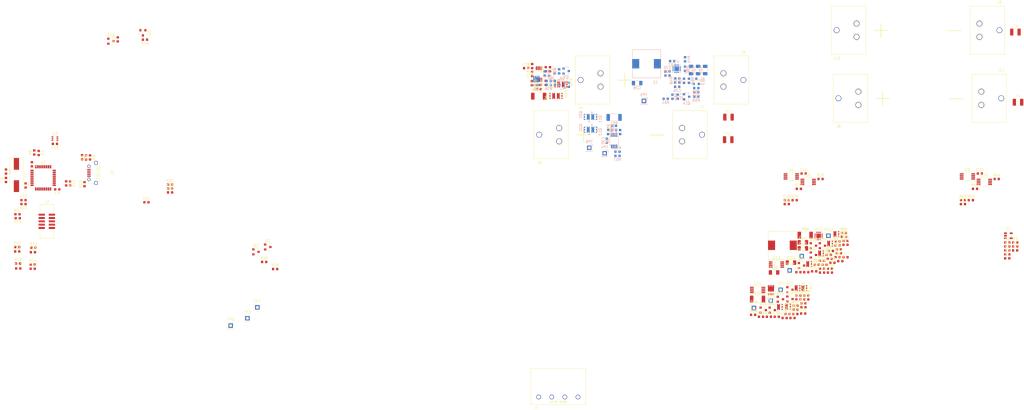
<source format=kicad_pcb>
(kicad_pcb (version 20171130) (host pcbnew 5.0.0-fee4fd1~65~ubuntu17.10.1)
  (layers (0 F.Cu signal) (31 B.Cu signal) (34 B.Paste user hide) (35 F.Paste user hide) (36 B.SilkS user) (37 F.SilkS user) (38 B.Mask user hide) (39 F.Mask user hide) (44 Edge.Cuts user hide))
  (net 0 "")
  (net 1 "Net-(C1-Pad1)")
  (net 2 GND)
  (net 3 "Net-(C2-Pad1)")
  (net 4 +3V3)
  (net 5 "Net-(C4-Pad1)")
  (net 6 "Net-(C6-Pad1)")
  (net 7 "Net-(C8-Pad1)")
  (net 8 /mcu/IDCHG_B)
  (net 9 /mcu/ICHG_B)
  (net 10 /mcu/IDCHG_A)
  (net 11 /mcu/ICHG_A)
  (net 12 "Net-(C17-Pad2)")
  (net 13 "Net-(C17-Pad1)")
  (net 14 +6V)
  (net 15 "Net-(C19-Pad2)")
  (net 16 "Net-(C20-Pad1)")
  (net 17 "Net-(C24-Pad1)")
  (net 18 "Net-(C26-Pad1)")
  (net 19 "Net-(C27-Pad2)")
  (net 20 "Net-(C27-Pad1)")
  (net 21 "Net-(C28-Pad1)")
  (net 22 /pairB/sheet5BBBF842/Vbatt)
  (net 23 "Net-(C29-Pad2)")
  (net 24 "Net-(C31-Pad1)")
  (net 25 "Net-(C34-Pad1)")
  (net 26 "Net-(C34-Pad2)")
  (net 27 "Net-(C36-Pad2)")
  (net 28 "Net-(C37-Pad1)")
  (net 29 "Net-(C41-Pad1)")
  (net 30 "Net-(C43-Pad1)")
  (net 31 "Net-(C44-Pad2)")
  (net 32 "Net-(C44-Pad1)")
  (net 33 "Net-(C45-Pad1)")
  (net 34 "Net-(C46-Pad2)")
  (net 35 /pairA/sheet5BBBF842/Vbatt)
  (net 36 "Net-(C48-Pad1)")
  (net 37 "Net-(BT1-Pad2)")
  (net 38 "Net-(BT2-Pad2)")
  (net 39 "Net-(BT3-Pad2)")
  (net 40 "Net-(BT4-Pad2)")
  (net 41 "Net-(J2-Pad7)")
  (net 42 "Net-(J2-Pad10)")
  (net 43 "Net-(J2-Pad8)")
  (net 44 "Net-(J2-Pad6)")
  (net 45 "Net-(J2-Pad4)")
  (net 46 "Net-(J2-Pad2)")
  (net 47 "Net-(J3-Pad1)")
  (net 48 "Net-(J3-Pad2)")
  (net 49 "Net-(J3-Pad3)")
  (net 50 "Net-(J3-Pad4)")
  (net 51 /mcu/VBAT2)
  (net 52 /mcu/VBAT3)
  (net 53 /mcu/VBAT0)
  (net 54 /mcu/VBAT1)
  (net 55 /pairB/nDIR)
  (net 56 "Net-(Q1-Pad3)")
  (net 57 /pairB/DIR)
  (net 58 "Net-(Q2-Pad3)")
  (net 59 "Net-(Q3-PadS)")
  (net 60 "Net-(Q29-PadD)")
  (net 61 "Net-(Q30-PadD)")
  (net 62 "Net-(Q6-Pad3)")
  (net 63 "Net-(Q6-Pad1)")
  (net 64 "Net-(Q7-Pad1)")
  (net 65 /pairB/DCHARGE)
  (net 66 "Net-(Q11-PadG)")
  (net 67 "Net-(Q10-Pad3)")
  (net 68 "Net-(Q11-PadD)")
  (net 69 "Net-(Q12-PadD)")
  (net 70 /pairB/sheet5BBBF842/Vsens)
  (net 71 "Net-(Q14-Pad3)")
  (net 72 "Net-(Q15-Pad3)")
  (net 73 /pairA/nDIR)
  (net 74 /pairA/DIR)
  (net 75 "Net-(Q16-Pad3)")
  (net 76 "Net-(Q17-PadS)")
  (net 77 "Net-(Q17-PadD)")
  (net 78 "Net-(Q18-PadD)")
  (net 79 "Net-(Q20-Pad3)")
  (net 80 "Net-(Q20-Pad1)")
  (net 81 "Net-(Q21-Pad1)")
  (net 82 /pairA/DCHARGE)
  (net 83 "Net-(Q23-Pad3)")
  (net 84 "Net-(Q24-Pad3)")
  (net 85 "Net-(Q25-PadD)")
  (net 86 "Net-(Q26-PadD)")
  (net 87 /pairA/sheet5BBBF842/Vsens)
  (net 88 "Net-(Q28-Pad3)")
  (net 89 +5V)
  (net 90 "Net-(R3-Pad2)")
  (net 91 /pairA/ADDR)
  (net 92 /pairB/ADDR)
  (net 93 /SDA)
  (net 94 /SCL)
  (net 95 "Net-(R13-Pad1)")
  (net 96 "Net-(R14-Pad1)")
  (net 97 "Net-(R17-Pad2)")
  (net 98 "Net-(R18-Pad2)")
  (net 99 "Net-(R19-Pad1)")
  (net 100 "Net-(R20-Pad1)")
  (net 101 "Net-(R23-Pad2)")
  (net 102 "Net-(R24-Pad2)")
  (net 103 "Net-(R25-Pad1)")
  (net 104 "Net-(R26-Pad2)")
  (net 105 "Net-(R27-Pad1)")
  (net 106 "Net-(R28-Pad1)")
  (net 107 "Net-(R31-Pad1)")
  (net 108 "Net-(R34-Pad2)")
  (net 109 /mcu/DC_B)
  (net 110 "Net-(R41-Pad2)")
  (net 111 "Net-(R44-Pad2)")
  (net 112 "Net-(R45-Pad1)")
  (net 113 "Net-(R49-Pad1)")
  (net 114 "Net-(R52-Pad2)")
  (net 115 /mcu/CC_B)
  (net 116 "Net-(R61-Pad1)")
  (net 117 "Net-(R62-Pad1)")
  (net 118 "Net-(R63-Pad2)")
  (net 119 "Net-(R64-Pad1)")
  (net 120 "Net-(R65-Pad1)")
  (net 121 "Net-(R68-Pad1)")
  (net 122 "Net-(R71-Pad2)")
  (net 123 /mcu/DC_A)
  (net 124 "Net-(R78-Pad2)")
  (net 125 "Net-(R81-Pad2)")
  (net 126 "Net-(R82-Pad1)")
  (net 127 "Net-(R86-Pad1)")
  (net 128 "Net-(R89-Pad2)")
  (net 129 /mcu/CC_A)
  (net 130 "Net-(R98-Pad1)")
  (net 131 /mcu/CEN_B)
  (net 132 /mcu/CEN_A)
  (net 133 "Net-(U4-Pad3)")
  (net 134 "Net-(U5-Pad3)")
  (net 135 "Net-(U9-Pad3)")
  (net 136 "Net-(U10-Pad3)")
  (module Crystal:Crystal_SMD_HC49-SD (layer F.Cu) (at -160 101.6 270)
    (fp_text reference Y1 (at 0 -3.55 270) (layer F.SilkS))
    (fp_text value ABLS-8.000MHZ-B4-T)
    (pad 1 smd rect (at -4.25 0 270) (size 4.5 2) (layers F.Cu F.Paste F.Mask) (net 6 "Net-(C6-Pad1)"))
    (pad 2 smd rect (at 4.25 0 270) (size 4.5 2) (layers F.Cu F.Paste F.Mask) (net 7 "Net-(C8-Pad1)"))
  )
  (module project:18650-keyelco (layer F.Cu) (at 70.8 86.2)
    (fp_text reference BT1 hide)
    (fp_text value Battery_Cell)
    (fp_text user + (at -14.2 -0.5) (layer F.SilkS) (effects (font (size 7 7) (thickness 0.25))))
    (fp_text user - (at 14 -0.4) (layer F.SilkS) (effects (font (size 7 7) (thickness 0.25))))
  )
  (module project:18650-keyelco (layer F.Cu) (at 86.6 65.3)
    (fp_text reference BT2 hide)
    (fp_text value Battery_Cell)
    (fp_text user - (at 14 -0.4) (layer F.SilkS) (effects (font (size 7 7) (thickness 0.25))))
    (fp_text user + (at -14.2 -0.5) (layer F.SilkS) (effects (font (size 7 7) (thickness 0.25))))
  )
  (module project:18650-keyelco (layer F.Cu) (at 184.4 46.3)
    (fp_text reference BT3 hide)
    (fp_text value Battery_Cell)
    (fp_text user - (at 14 -0.4) (layer F.SilkS) (effects (font (size 7 7) (thickness 0.25))))
    (fp_text user + (at -14.2 -0.5) (layer F.SilkS) (effects (font (size 7 7) (thickness 0.25))))
  )
  (module project:18650-keyelco (layer F.Cu) (at 185.075001 72.3)
    (fp_text reference BT4 hide)
    (fp_text value Battery_Cell)
    (fp_text user + (at -14.2 -0.5) (layer F.SilkS) (effects (font (size 7 7) (thickness 0.25))))
    (fp_text user - (at 14 -0.4) (layer F.SilkS) (effects (font (size 7 7) (thickness 0.25))))
  )
  (module Capacitor_SMD:C_0603_1608Metric (layer F.Cu) (at 218.485001 133.425001)
    (fp_text reference C1 (at 0 -1.43) (layer F.SilkS))
    (fp_text value 1u)
    (pad 1 smd roundrect (at -0.7875 0) (size 0.875 0.95) (layers F.Cu F.Paste F.Mask) (net 1 "Net-(C1-Pad1)"))
    (pad 2 smd roundrect (at 0.7875 0) (size 0.875 0.95) (layers F.Cu F.Paste F.Mask) (net 2 GND))
  )
  (module Capacitor_SMD:C_0603_1608Metric (layer F.Cu) (at 221.495001 130.405001)
    (fp_text reference C2 (at 0 -1.43) (layer F.SilkS))
    (fp_text value 470p)
    (pad 1 smd roundrect (at -0.7875 0) (size 0.875 0.95) (layers F.Cu F.Paste F.Mask) (net 3 "Net-(C2-Pad1)"))
    (pad 2 smd roundrect (at 0.7875 0) (size 0.875 0.95) (layers F.Cu F.Paste F.Mask) (net 2 GND))
  )
  (module Capacitor_SMD:C_0603_1608Metric (layer F.Cu) (at 218.485001 131.915001)
    (fp_text reference C3 (at 0 -1.43) (layer F.SilkS))
    (fp_text value 2u2)
    (pad 2 smd roundrect (at 0.7875 0) (size 0.875 0.95) (layers F.Cu F.Paste F.Mask) (net 2 GND))
    (pad 1 smd roundrect (at -0.7875 0) (size 0.875 0.95) (layers F.Cu F.Paste F.Mask) (net 4 +3V3))
  )
  (module Capacitor_SMD:C_0603_1608Metric (layer F.Cu) (at -133.4 94.9 90)
    (fp_text reference C4 (at 0 -1.43 90) (layer F.SilkS))
    (fp_text value 4n7)
    (pad 2 smd roundrect (at 0.7875 0 90) (size 0.875 0.95) (layers F.Cu F.Paste F.Mask) (net 2 GND))
    (pad 1 smd roundrect (at -0.7875 0 90) (size 0.875 0.95) (layers F.Cu F.Paste F.Mask) (net 5 "Net-(C4-Pad1)"))
  )
  (module Capacitor_SMD:C_0603_1608Metric (layer F.Cu) (at -156.5 105.6 270)
    (fp_text reference C5 (at 0 -1.43 270) (layer F.SilkS))
    (fp_text value 100n)
    (pad 2 smd roundrect (at 0.7875 0 270) (size 0.875 0.95) (layers F.Cu F.Paste F.Mask) (net 2 GND))
    (pad 1 smd roundrect (at -0.7875 0 270) (size 0.875 0.95) (layers F.Cu F.Paste F.Mask) (net 4 +3V3))
  )
  (module Capacitor_SMD:C_0603_1608Metric (layer F.Cu) (at -164 100.2875 270)
    (fp_text reference C6 (at 0 -1.43 270) (layer F.SilkS))
    (fp_text value 18p)
    (pad 2 smd roundrect (at 0.7875 0 270) (size 0.875 0.95) (layers F.Cu F.Paste F.Mask) (net 2 GND))
    (pad 1 smd roundrect (at -0.7875 0 270) (size 0.875 0.95) (layers F.Cu F.Paste F.Mask) (net 6 "Net-(C6-Pad1)"))
  )
  (module Capacitor_SMD:C_0603_1608Metric (layer F.Cu) (at -154.1 97.5 270)
    (fp_text reference C7 (at 0 -1.43 270) (layer F.SilkS))
    (fp_text value 100n)
    (pad 1 smd roundrect (at -0.7875 0 270) (size 0.875 0.95) (layers F.Cu F.Paste F.Mask) (net 4 +3V3))
    (pad 2 smd roundrect (at 0.7875 0 270) (size 0.875 0.95) (layers F.Cu F.Paste F.Mask) (net 2 GND))
  )
  (module Capacitor_SMD:C_0603_1608Metric (layer F.Cu) (at -164 103.5 90)
    (fp_text reference C8 (at 0 -1.43 90) (layer F.SilkS))
    (fp_text value 18p)
    (pad 1 smd roundrect (at -0.7875 0 90) (size 0.875 0.95) (layers F.Cu F.Paste F.Mask) (net 7 "Net-(C8-Pad1)"))
    (pad 2 smd roundrect (at 0.7875 0 90) (size 0.875 0.95) (layers F.Cu F.Paste F.Mask) (net 2 GND))
  )
  (module Capacitor_SMD:C_0603_1608Metric (layer F.Cu) (at -144.4 107.1 180)
    (fp_text reference C9 (at 0 -1.43 180) (layer F.SilkS))
    (fp_text value 100n)
    (pad 2 smd roundrect (at 0.7875 0 180) (size 0.875 0.95) (layers F.Cu F.Paste F.Mask) (net 2 GND))
    (pad 1 smd roundrect (at -0.7875 0 180) (size 0.875 0.95) (layers F.Cu F.Paste F.Mask) (net 4 +3V3))
  )
  (module Capacitor_SMD:C_0603_1608Metric (layer F.Cu) (at -145.3 89.7 180)
    (fp_text reference C10 (at 0 -1.43 180) (layer F.SilkS))
    (fp_text value 100n)
    (pad 1 smd roundrect (at -0.7875 0 180) (size 0.875 0.95) (layers F.Cu F.Paste F.Mask) (net 4 +3V3))
    (pad 2 smd roundrect (at 0.7875 0 180) (size 0.875 0.95) (layers F.Cu F.Paste F.Mask) (net 2 GND))
  )
  (module Capacitor_SMD:C_0603_1608Metric (layer F.Cu) (at -159.7 130.8)
    (fp_text reference C11 (at 0 -1.43) (layer F.SilkS))
    (fp_text value 100n)
    (pad 2 smd roundrect (at 0.7875 0) (size 0.875 0.95) (layers F.Cu F.Paste F.Mask) (net 2 GND))
    (pad 1 smd roundrect (at -0.7875 0) (size 0.875 0.95) (layers F.Cu F.Paste F.Mask) (net 8 /mcu/IDCHG_B))
  )
  (module Capacitor_SMD:C_0603_1608Metric (layer F.Cu) (at -159.3125 137.3)
    (fp_text reference C12 (at 0 -1.43) (layer F.SilkS))
    (fp_text value 100n)
    (pad 1 smd roundrect (at -0.7875 0) (size 0.875 0.95) (layers F.Cu F.Paste F.Mask) (net 9 /mcu/ICHG_B))
    (pad 2 smd roundrect (at 0.7875 0) (size 0.875 0.95) (layers F.Cu F.Paste F.Mask) (net 2 GND))
  )
  (module Capacitor_SMD:C_0603_1608Metric (layer F.Cu) (at -153.7 131.1)
    (fp_text reference C13 (at 0 -1.43) (layer F.SilkS))
    (fp_text value 100n)
    (pad 1 smd roundrect (at -0.7875 0) (size 0.875 0.95) (layers F.Cu F.Paste F.Mask) (net 10 /mcu/IDCHG_A))
    (pad 2 smd roundrect (at 0.7875 0) (size 0.875 0.95) (layers F.Cu F.Paste F.Mask) (net 2 GND))
  )
  (module Capacitor_SMD:C_0603_1608Metric (layer F.Cu) (at -153.794999 137.405001)
    (fp_text reference C14 (at 0 -1.43) (layer F.SilkS))
    (fp_text value 100n)
    (pad 1 smd roundrect (at -0.7875 0) (size 0.875 0.95) (layers F.Cu F.Paste F.Mask) (net 11 /mcu/ICHG_A))
    (pad 2 smd roundrect (at 0.7875 0) (size 0.875 0.95) (layers F.Cu F.Paste F.Mask) (net 2 GND))
  )
  (module Capacitor_SMD:C_0603_1608Metric (layer F.Cu) (at 134.265001 111.205001)
    (fp_text reference C15 (at 0 -1.43) (layer F.SilkS))
    (fp_text value 100n)
    (pad 1 smd roundrect (at -0.7875 0) (size 0.875 0.95) (layers F.Cu F.Paste F.Mask) (net 4 +3V3))
    (pad 2 smd roundrect (at 0.7875 0) (size 0.875 0.95) (layers F.Cu F.Paste F.Mask) (net 2 GND))
  )
  (module Capacitor_SMD:C_0603_1608Metric (layer F.Cu) (at 140.715001 101.035001)
    (fp_text reference C16 (at 0 -1.43) (layer F.SilkS))
    (fp_text value 100n)
    (pad 1 smd roundrect (at -0.7875 0) (size 0.875 0.95) (layers F.Cu F.Paste F.Mask) (net 4 +3V3))
    (pad 2 smd roundrect (at 0.7875 0) (size 0.875 0.95) (layers F.Cu F.Paste F.Mask) (net 2 GND))
  )
  (module Capacitor_SMD:C_0603_1608Metric (layer B.Cu) (at 43.3 65.7 180)
    (fp_text reference C17 (at 0 1.43 180) (layer B.SilkS) (effects (justify mirror)))
    (fp_text value DNI)
    (pad 2 smd roundrect (at 0.7875 0 180) (size 0.875 0.95) (layers B.Cu B.Paste B.Mask) (net 12 "Net-(C17-Pad2)"))
    (pad 1 smd roundrect (at -0.7875 0 180) (size 0.875 0.95) (layers B.Cu B.Paste B.Mask) (net 13 "Net-(C17-Pad1)"))
  )
  (module Capacitor_SMD:C_0603_1608Metric (layer F.Cu) (at 37 63 90)
    (fp_text reference C18 (at 0 -1.43 90) (layer F.SilkS))
    (fp_text value 100n)
    (pad 1 smd roundrect (at -0.7875 0 90) (size 0.875 0.95) (layers F.Cu F.Paste F.Mask) (net 2 GND))
    (pad 2 smd roundrect (at 0.7875 0 90) (size 0.875 0.95) (layers F.Cu F.Paste F.Mask) (net 14 +6V))
  )
  (module Capacitor_SMD:C_0603_1608Metric (layer F.Cu) (at 34.7 60.8)
    (fp_text reference C19 (at 0 -1.43) (layer F.SilkS))
    (fp_text value DNI)
    (pad 2 smd roundrect (at 0.7875 0) (size 0.875 0.95) (layers F.Cu F.Paste F.Mask) (net 15 "Net-(C19-Pad2)"))
    (pad 1 smd roundrect (at -0.7875 0) (size 0.875 0.95) (layers F.Cu F.Paste F.Mask) (net 2 GND))
  )
  (module Capacitor_SMD:C_0603_1608Metric (layer B.Cu) (at 88.7 62 180)
    (fp_text reference C20 (at 0 1.43 180) (layer B.SilkS) (effects (justify mirror)))
    (fp_text value 10n)
    (pad 2 smd roundrect (at 0.7875 0 180) (size 0.875 0.95) (layers B.Cu B.Paste B.Mask) (net 2 GND))
    (pad 1 smd roundrect (at -0.7875 0 180) (size 0.875 0.95) (layers B.Cu B.Paste B.Mask) (net 16 "Net-(C20-Pad1)"))
  )
  (module Capacitor_SMD:C_1206_3216Metric (layer B.Cu) (at 103.1 61.5 270)
    (fp_text reference C21 (at 0 1.82 270) (layer B.SilkS) (effects (justify mirror)))
    (fp_text value 10u)
    (pad 1 smd roundrect (at -1.4 0 270) (size 1.25 1.75) (layers B.Cu B.Paste B.Mask) (roundrect_rratio 0.2) (net 14 +6V))
    (pad 2 smd roundrect (at 1.4 0 270) (size 1.25 1.75) (layers B.Cu B.Paste B.Mask) (roundrect_rratio 0.2) (net 2 GND))
  )
  (module Capacitor_SMD:C_1206_3216Metric (layer B.Cu) (at 97.7 61.5 270)
    (fp_text reference C22 (at 0 1.82 270) (layer B.SilkS) (effects (justify mirror)))
    (fp_text value 10u)
    (pad 2 smd roundrect (at 1.4 0 270) (size 1.25 1.75) (layers B.Cu B.Paste B.Mask) (roundrect_rratio 0.2) (net 2 GND))
    (pad 1 smd roundrect (at -1.4 0 270) (size 1.25 1.75) (layers B.Cu B.Paste B.Mask) (roundrect_rratio 0.2) (net 14 +6V))
  )
  (module Capacitor_SMD:C_1206_3216Metric (layer B.Cu) (at 100.4 61.5 270)
    (fp_text reference C23 (at 0 1.82 270) (layer B.SilkS) (effects (justify mirror)))
    (fp_text value 10u)
    (pad 1 smd roundrect (at -1.4 0 270) (size 1.25 1.75) (layers B.Cu B.Paste B.Mask) (roundrect_rratio 0.2) (net 14 +6V))
    (pad 2 smd roundrect (at 1.4 0 270) (size 1.25 1.75) (layers B.Cu B.Paste B.Mask) (roundrect_rratio 0.2) (net 2 GND))
  )
  (module Capacitor_SMD:C_0603_1608Metric (layer B.Cu) (at 93.2 65.5 270)
    (fp_text reference C24 (at 0 1.43 270) (layer B.SilkS) (effects (justify mirror)))
    (fp_text value 63p4)
    (pad 2 smd roundrect (at 0.7875 0 270) (size 0.875 0.95) (layers B.Cu B.Paste B.Mask) (net 2 GND))
    (pad 1 smd roundrect (at -0.7875 0 270) (size 0.875 0.95) (layers B.Cu B.Paste B.Mask) (net 17 "Net-(C24-Pad1)"))
  )
  (module Capacitor_SMD:C_0603_1608Metric (layer B.Cu) (at 95.4 61 90)
    (fp_text reference C25 (at 0 1.43 90) (layer B.SilkS) (effects (justify mirror)))
    (fp_text value 100n)
    (pad 2 smd roundrect (at 0.7875 0 90) (size 0.875 0.95) (layers B.Cu B.Paste B.Mask) (net 14 +6V))
    (pad 1 smd roundrect (at -0.7875 0 90) (size 0.875 0.95) (layers B.Cu B.Paste B.Mask) (net 2 GND))
  )
  (module Capacitor_SMD:C_0603_1608Metric (layer B.Cu) (at 92.4 67.9)
    (fp_text reference C26 (at 0 1.43) (layer B.SilkS) (effects (justify mirror)))
    (fp_text value 1n91)
    (pad 1 smd roundrect (at -0.7875 0) (size 0.875 0.95) (layers B.Cu B.Paste B.Mask) (net 18 "Net-(C26-Pad1)"))
    (pad 2 smd roundrect (at 0.7875 0) (size 0.875 0.95) (layers B.Cu B.Paste B.Mask) (net 2 GND))
  )
  (module Capacitor_SMD:C_0603_1608Metric (layer B.Cu) (at 90.5 58.1)
    (fp_text reference C27 (at 0 1.43) (layer B.SilkS) (effects (justify mirror)))
    (fp_text value 100n)
    (pad 2 smd roundrect (at 0.7875 0) (size 0.875 0.95) (layers B.Cu B.Paste B.Mask) (net 19 "Net-(C27-Pad2)"))
    (pad 1 smd roundrect (at -0.7875 0) (size 0.875 0.95) (layers B.Cu B.Paste B.Mask) (net 20 "Net-(C27-Pad1)"))
  )
  (module Capacitor_SMD:C_1206_3216Metric (layer B.Cu) (at 77.1 66.5)
    (fp_text reference C28 (at 0 1.82) (layer B.SilkS) (effects (justify mirror)))
    (fp_text value 10u)
    (pad 2 smd roundrect (at 1.4 0) (size 1.25 1.75) (layers B.Cu B.Paste B.Mask) (roundrect_rratio 0.2) (net 2 GND))
    (pad 1 smd roundrect (at -1.4 0) (size 1.25 1.75) (layers B.Cu B.Paste B.Mask) (roundrect_rratio 0.2) (net 21 "Net-(C28-Pad1)"))
  )
  (module Capacitor_SMD:C_0603_1608Metric (layer B.Cu) (at 99.7 70)
    (fp_text reference C29 (at 0 1.43) (layer B.SilkS) (effects (justify mirror)))
    (fp_text value DNI)
    (pad 1 smd roundrect (at -0.7875 0) (size 0.875 0.95) (layers B.Cu B.Paste B.Mask) (net 22 /pairB/sheet5BBBF842/Vbatt))
    (pad 2 smd roundrect (at 0.7875 0) (size 0.875 0.95) (layers B.Cu B.Paste B.Mask) (net 23 "Net-(C29-Pad2)"))
  )
  (module Capacitor_SMD:C_0603_1608Metric (layer B.Cu) (at 65.5 88.5 270)
    (fp_text reference C30 (at 0 1.43 270) (layer B.SilkS) (effects (justify mirror)))
    (fp_text value 100n)
    (pad 2 smd roundrect (at 0.7875 0 270) (size 0.875 0.95) (layers B.Cu B.Paste B.Mask) (net 14 +6V))
    (pad 1 smd roundrect (at -0.7875 0 270) (size 0.875 0.95) (layers B.Cu B.Paste B.Mask) (net 2 GND))
  )
  (module Capacitor_SMD:C_0603_1608Metric (layer B.Cu) (at 92.6 71.7 90)
    (fp_text reference C31 (at 0 1.43 90) (layer B.SilkS) (effects (justify mirror)))
    (fp_text value DNI)
    (pad 1 smd roundrect (at -0.7875 0 90) (size 0.875 0.95) (layers B.Cu B.Paste B.Mask) (net 24 "Net-(C31-Pad1)"))
    (pad 2 smd roundrect (at 0.7875 0 90) (size 0.875 0.95) (layers B.Cu B.Paste B.Mask) (net 2 GND))
  )
  (module Capacitor_SMD:C_0603_1608Metric (layer F.Cu) (at 208.005001 101.035001)
    (fp_text reference C32 (at 0 -1.43) (layer F.SilkS))
    (fp_text value 100n)
    (pad 1 smd roundrect (at -0.7875 0) (size 0.875 0.95) (layers F.Cu F.Paste F.Mask) (net 4 +3V3))
    (pad 2 smd roundrect (at 0.7875 0) (size 0.875 0.95) (layers F.Cu F.Paste F.Mask) (net 2 GND))
  )
  (module Capacitor_SMD:C_0603_1608Metric (layer F.Cu) (at 201.555001 112.715001)
    (fp_text reference C33 (at 0 -1.43) (layer F.SilkS))
    (fp_text value 100n)
    (pad 2 smd roundrect (at 0.7875 0) (size 0.875 0.95) (layers F.Cu F.Paste F.Mask) (net 2 GND))
    (pad 1 smd roundrect (at -0.7875 0) (size 0.875 0.95) (layers F.Cu F.Paste F.Mask) (net 4 +3V3))
  )
  (module Capacitor_SMD:C_0603_1608Metric (layer F.Cu) (at 133.445001 156.225001)
    (fp_text reference C34 (at 0 -1.43) (layer F.SilkS))
    (fp_text value DNI)
    (pad 1 smd roundrect (at -0.7875 0) (size 0.875 0.95) (layers F.Cu F.Paste F.Mask) (net 25 "Net-(C34-Pad1)"))
    (pad 2 smd roundrect (at 0.7875 0) (size 0.875 0.95) (layers F.Cu F.Paste F.Mask) (net 26 "Net-(C34-Pad2)"))
  )
  (module Capacitor_SMD:C_0603_1608Metric (layer F.Cu) (at 121.405001 155.005001)
    (fp_text reference C35 (at 0 -1.43) (layer F.SilkS))
    (fp_text value 100n)
    (pad 1 smd roundrect (at -0.7875 0) (size 0.875 0.95) (layers F.Cu F.Paste F.Mask) (net 2 GND))
    (pad 2 smd roundrect (at 0.7875 0) (size 0.875 0.95) (layers F.Cu F.Paste F.Mask) (net 14 +6V))
  )
  (module Capacitor_SMD:C_0603_1608Metric (layer F.Cu) (at 130.435001 155.745001)
    (fp_text reference C36 (at 0 -1.43) (layer F.SilkS))
    (fp_text value DNI)
    (pad 2 smd roundrect (at 0.7875 0) (size 0.875 0.95) (layers F.Cu F.Paste F.Mask) (net 27 "Net-(C36-Pad2)"))
    (pad 1 smd roundrect (at -0.7875 0) (size 0.875 0.95) (layers F.Cu F.Paste F.Mask) (net 2 GND))
  )
  (module Capacitor_SMD:C_0603_1608Metric (layer F.Cu) (at 150.745001 138.885001)
    (fp_text reference C37 (at 0 -1.43) (layer F.SilkS))
    (fp_text value 10n)
    (pad 2 smd roundrect (at 0.7875 0) (size 0.875 0.95) (layers F.Cu F.Paste F.Mask) (net 2 GND))
    (pad 1 smd roundrect (at -0.7875 0) (size 0.875 0.95) (layers F.Cu F.Paste F.Mask) (net 28 "Net-(C37-Pad1)"))
  )
  (module Capacitor_SMD:C_1206_3216Metric (layer F.Cu) (at 129.405001 138.825001)
    (fp_text reference C38 (at 0 -1.82) (layer F.SilkS))
    (fp_text value 10u)
    (pad 2 smd roundrect (at 1.4 0) (size 1.25 1.75) (layers F.Cu F.Paste F.Mask) (roundrect_rratio 0.2) (net 2 GND))
    (pad 1 smd roundrect (at -1.4 0) (size 1.25 1.75) (layers F.Cu F.Paste F.Mask) (roundrect_rratio 0.2) (net 14 +6V))
  )
  (module Capacitor_SMD:C_1206_3216Metric (layer F.Cu) (at 135.855001 135.075001)
    (fp_text reference C39 (at 0 -1.82) (layer F.SilkS))
    (fp_text value 10u)
    (pad 1 smd roundrect (at -1.4 0) (size 1.25 1.75) (layers F.Cu F.Paste F.Mask) (roundrect_rratio 0.2) (net 14 +6V))
    (pad 2 smd roundrect (at 1.4 0) (size 1.25 1.75) (layers F.Cu F.Paste F.Mask) (roundrect_rratio 0.2) (net 2 GND))
  )
  (module Capacitor_SMD:C_1206_3216Metric (layer F.Cu) (at 140.405001 129.625001)
    (fp_text reference C40 (at 0 -1.82) (layer F.SilkS))
    (fp_text value 10u)
    (pad 2 smd roundrect (at 1.4 0) (size 1.25 1.75) (layers F.Cu F.Paste F.Mask) (roundrect_rratio 0.2) (net 2 GND))
    (pad 1 smd roundrect (at -1.4 0) (size 1.25 1.75) (layers F.Cu F.Paste F.Mask) (roundrect_rratio 0.2) (net 14 +6V))
  )
  (module Capacitor_SMD:C_0603_1608Metric (layer F.Cu) (at 141.715001 138.725001)
    (fp_text reference C41 (at 0 -1.43) (layer F.SilkS))
    (fp_text value 63p4)
    (pad 2 smd roundrect (at 0.7875 0) (size 0.875 0.95) (layers F.Cu F.Paste F.Mask) (net 2 GND))
    (pad 1 smd roundrect (at -0.7875 0) (size 0.875 0.95) (layers F.Cu F.Paste F.Mask) (net 29 "Net-(C41-Pad1)"))
  )
  (module Capacitor_SMD:C_0603_1608Metric (layer F.Cu) (at 154.715001 134.505001)
    (fp_text reference C42 (at 0 -1.43) (layer F.SilkS))
    (fp_text value 100n)
    (pad 1 smd roundrect (at -0.7875 0) (size 0.875 0.95) (layers F.Cu F.Paste F.Mask) (net 2 GND))
    (pad 2 smd roundrect (at 0.7875 0) (size 0.875 0.95) (layers F.Cu F.Paste F.Mask) (net 14 +6V))
  )
  (module Capacitor_SMD:C_0603_1608Metric (layer F.Cu) (at 150.675001 133.625001)
    (fp_text reference C43 (at 0 -1.43) (layer F.SilkS))
    (fp_text value 1n91)
    (pad 1 smd roundrect (at -0.7875 0) (size 0.875 0.95) (layers F.Cu F.Paste F.Mask) (net 30 "Net-(C43-Pad1)"))
    (pad 2 smd roundrect (at 0.7875 0) (size 0.875 0.95) (layers F.Cu F.Paste F.Mask) (net 2 GND))
  )
  (module Capacitor_SMD:C_0603_1608Metric (layer F.Cu) (at 147.735001 138.885001)
    (fp_text reference C44 (at 0 -1.43) (layer F.SilkS))
    (fp_text value 100n)
    (pad 2 smd roundrect (at 0.7875 0) (size 0.875 0.95) (layers F.Cu F.Paste F.Mask) (net 31 "Net-(C44-Pad2)"))
    (pad 1 smd roundrect (at -0.7875 0) (size 0.875 0.95) (layers F.Cu F.Paste F.Mask) (net 32 "Net-(C44-Pad1)"))
  )
  (module Capacitor_SMD:C_1206_3216Metric (layer F.Cu) (at 140.405001 127.335001)
    (fp_text reference C45 (at 0 -1.82) (layer F.SilkS))
    (fp_text value 10u)
    (pad 1 smd roundrect (at -1.4 0) (size 1.25 1.75) (layers F.Cu F.Paste F.Mask) (roundrect_rratio 0.2) (net 33 "Net-(C45-Pad1)"))
    (pad 2 smd roundrect (at 1.4 0) (size 1.25 1.75) (layers F.Cu F.Paste F.Mask) (roundrect_rratio 0.2) (net 2 GND))
  )
  (module Capacitor_SMD:C_0603_1608Metric (layer F.Cu) (at 153.685001 128.465001)
    (fp_text reference C46 (at 0 -1.43) (layer F.SilkS))
    (fp_text value DNI)
    (pad 2 smd roundrect (at 0.7875 0) (size 0.875 0.95) (layers F.Cu F.Paste F.Mask) (net 34 "Net-(C46-Pad2)"))
    (pad 1 smd roundrect (at -0.7875 0) (size 0.875 0.95) (layers F.Cu F.Paste F.Mask) (net 35 /pairA/sheet5BBBF842/Vbatt))
  )
  (module Capacitor_SMD:C_0603_1608Metric (layer F.Cu) (at 156.695001 132.995001)
    (fp_text reference C47 (at 0 -1.43) (layer F.SilkS))
    (fp_text value 100n)
    (pad 2 smd roundrect (at 0.7875 0) (size 0.875 0.95) (layers F.Cu F.Paste F.Mask) (net 14 +6V))
    (pad 1 smd roundrect (at -0.7875 0) (size 0.875 0.95) (layers F.Cu F.Paste F.Mask) (net 2 GND))
  )
  (module Capacitor_SMD:C_0603_1608Metric (layer F.Cu) (at 150.745001 137.375001)
    (fp_text reference C48 (at 0 -1.43) (layer F.SilkS))
    (fp_text value DNI)
    (pad 1 smd roundrect (at -0.7875 0) (size 0.875 0.95) (layers F.Cu F.Paste F.Mask) (net 36 "Net-(C48-Pad1)"))
    (pad 2 smd roundrect (at 0.7875 0) (size 0.875 0.95) (layers F.Cu F.Paste F.Mask) (net 2 GND))
  )
  (module Resistor_SMD:R_1210_3225Metric (layer F.Cu) (at 112 79.5)
    (fp_text reference F1 (at 0 -2.28) (layer F.SilkS))
    (fp_text value MF-USML700-2)
    (pad 1 smd roundrect (at -1.4 0) (size 1.25 2.65) (layers F.Cu F.Paste F.Mask) (roundrect_rratio 0.2) (net 37 "Net-(BT1-Pad2)"))
    (pad 2 smd roundrect (at 1.4 0) (size 1.25 2.65) (layers F.Cu F.Paste F.Mask) (roundrect_rratio 0.2) (net 2 GND))
  )
  (module Resistor_SMD:R_1210_3225Metric (layer F.Cu) (at 111.9 88.1)
    (fp_text reference F2 (at 0 -2.28) (layer F.SilkS))
    (fp_text value MF-USML700-2)
    (pad 2 smd roundrect (at 1.4 0) (size 1.25 2.65) (layers F.Cu F.Paste F.Mask) (roundrect_rratio 0.2) (net 2 GND))
    (pad 1 smd roundrect (at -1.4 0) (size 1.25 2.65) (layers F.Cu F.Paste F.Mask) (roundrect_rratio 0.2) (net 38 "Net-(BT2-Pad2)"))
  )
  (module Resistor_SMD:R_1210_3225Metric (layer F.Cu) (at 221.6 47)
    (fp_text reference F3 (at 0 -2.28) (layer F.SilkS))
    (fp_text value MF-USML700-2)
    (pad 1 smd roundrect (at -1.4 0) (size 1.25 2.65) (layers F.Cu F.Paste F.Mask) (roundrect_rratio 0.2) (net 39 "Net-(BT3-Pad2)"))
    (pad 2 smd roundrect (at 1.4 0) (size 1.25 2.65) (layers F.Cu F.Paste F.Mask) (roundrect_rratio 0.2) (net 2 GND))
  )
  (module Resistor_SMD:R_1210_3225Metric (layer F.Cu) (at 222.6 73.8)
    (fp_text reference F4 (at 0 -2.28) (layer F.SilkS))
    (fp_text value MF-USML700-2)
    (pad 2 smd roundrect (at 1.4 0) (size 1.25 2.65) (layers F.Cu F.Paste F.Mask) (roundrect_rratio 0.2) (net 2 GND))
    (pad 1 smd roundrect (at -1.4 0) (size 1.25 2.65) (layers F.Cu F.Paste F.Mask) (roundrect_rratio 0.2) (net 40 "Net-(BT4-Pad2)"))
  )
  (module project:TERM_4_5mm (layer F.Cu) (at 47 186.4)
    (fp_text reference J1 (at -8.5 4.1) (layer F.SilkS))
    (fp_text value 1988820)
    (fp_text user "wire side" (at 0 1.8) (layer F.SilkS))
    (pad 1 thru_hole circle (at -7.5 0) (size 1.75 1.75) (drill 1.35) (layers *.Cu *.Mask) (net 14 +6V))
    (pad 2 thru_hole circle (at -2.5 0) (size 1.75 1.75) (drill 1.35) (layers *.Cu *.Mask) (net 14 +6V))
    (pad 3 thru_hole circle (at 2.5 0) (size 1.75 1.75) (drill 1.35) (layers *.Cu *.Mask) (net 2 GND))
    (pad 4 thru_hole circle (at 7.5 0) (size 1.75 1.75) (drill 1.35) (layers *.Cu *.Mask) (net 2 GND))
  )
  (module project:CONN_JTAG_10 (layer F.Cu) (at -148.4 119.3 180)
    (fp_text reference J2 (at -0.025 7.475 180) (layer F.SilkS))
    (fp_text value Conn_02x05_Odd_Even)
    (pad 1 smd rect (at -1.95 -2.54 180) (size 2.4 0.76) (layers F.Cu F.Paste F.Mask) (net 4 +3V3))
    (pad 3 smd rect (at -1.95 -1.27 180) (size 2.4 0.76) (layers F.Cu F.Paste F.Mask) (net 2 GND))
    (pad 5 smd rect (at -1.95 0 180) (size 2.4 0.76) (layers F.Cu F.Paste F.Mask) (net 2 GND))
    (pad 7 smd rect (at -1.95 1.27 180) (size 2.4 0.76) (layers F.Cu F.Paste F.Mask) (net 41 "Net-(J2-Pad7)"))
    (pad 9 smd rect (at -1.95 2.54 180) (size 2.4 0.76) (layers F.Cu F.Paste F.Mask) (net 2 GND))
    (pad 10 smd rect (at 1.95 2.54 180) (size 2.4 0.76) (layers F.Cu F.Paste F.Mask) (net 42 "Net-(J2-Pad10)"))
    (pad 8 smd rect (at 1.95 1.27 180) (size 2.4 0.76) (layers F.Cu F.Paste F.Mask) (net 43 "Net-(J2-Pad8)"))
    (pad 6 smd rect (at 1.95 0 180) (size 2.4 0.76) (layers F.Cu F.Paste F.Mask) (net 44 "Net-(J2-Pad6)"))
    (pad 4 smd rect (at 1.95 -1.27 180) (size 2.4 0.76) (layers F.Cu F.Paste F.Mask) (net 45 "Net-(J2-Pad4)"))
    (pad 2 smd rect (at 1.95 -2.54 180) (size 2.4 0.76) (layers F.Cu F.Paste F.Mask) (net 46 "Net-(J2-Pad2)"))
  )
  (module project:USB-microB-AMPH (layer F.Cu) (at -129.6 100.8 90)
    (fp_text reference J3 (at -0.1 6.2 90) (layer F.SilkS))
    (fp_text value 10118194-0001LF)
    (fp_text user "PCB Edge" (at 0.1 0.5 90) (layer F.SilkS) (effects (font (size 0.7 0.7) (thickness 0.1))))
    (pad 1 smd rect (at -1.3 -2.7 90) (size 0.4 1.35) (layers F.Cu F.Paste F.Mask) (net 47 "Net-(J3-Pad1)"))
    (pad 2 smd rect (at -0.65 -2.7 90) (size 0.4 1.35) (layers F.Cu F.Paste F.Mask) (net 48 "Net-(J3-Pad2)"))
    (pad 3 smd rect (at 0 -2.7 90) (size 0.4 1.35) (layers F.Cu F.Paste F.Mask) (net 49 "Net-(J3-Pad3)"))
    (pad 4 smd rect (at 0.65 -2.7 90) (size 0.4 1.35) (layers F.Cu F.Paste F.Mask) (net 50 "Net-(J3-Pad4)"))
    (pad 5 smd rect (at 1.3 -2.7 90) (size 0.4 1.35) (layers F.Cu F.Paste F.Mask) (net 2 GND))
    (pad 6 thru_hole circle (at -2.5 -2.7 90) (size 1.25 1.25) (drill 0.85) (layers *.Cu *.Mask) (net 5 "Net-(C4-Pad1)"))
    (pad 7 thru_hole circle (at 2.5 -2.7 90) (size 1.25 1.25) (drill 0.85) (layers *.Cu *.Mask) (net 5 "Net-(C4-Pad1)"))
    (pad 8 thru_hole circle (at -3.825 0 90) (size 1.55 1.55) (drill 1.15) (layers *.Cu *.Mask) (net 5 "Net-(C4-Pad1)"))
    (pad 9 thru_hole circle (at 3.825 0 90) (size 1.55 1.55) (drill 1.15) (layers *.Cu *.Mask) (net 5 "Net-(C4-Pad1)"))
  )
  (module project:BATTERY_CLIP_36-54 (layer F.Cu) (at 55.5 65.3)
    (fp_text reference J4 (at 0 10.7) (layer F.SilkS))
    (fp_text value 36-54-ND)
    (pad 1 thru_hole circle (at 0 0) (size 2.2 2.2) (drill 1.8) (layers *.Cu *.Mask) (net 51 /mcu/VBAT2))
    (pad 2 thru_hole circle (at 7.62 -2.54) (size 2.2 2.2) (drill 1.8) (layers *.Cu *.Mask) (net 51 /mcu/VBAT2))
    (pad 3 thru_hole circle (at 7.62 2.54) (size 2.2 2.2) (drill 1.8) (layers *.Cu *.Mask) (net 51 /mcu/VBAT2))
  )
  (module project:BATTERY_CLIP_36-54 (layer F.Cu) (at 117.7 65.3 180)
    (fp_text reference J5 (at 0 10.7 180) (layer F.SilkS))
    (fp_text value 36-54-ND)
    (pad 1 thru_hole circle (at 0 0 180) (size 2.2 2.2) (drill 1.8) (layers *.Cu *.Mask) (net 37 "Net-(BT1-Pad2)"))
    (pad 2 thru_hole circle (at 7.62 -2.54 180) (size 2.2 2.2) (drill 1.8) (layers *.Cu *.Mask) (net 37 "Net-(BT1-Pad2)"))
    (pad 3 thru_hole circle (at 7.62 2.54 180) (size 2.2 2.2) (drill 1.8) (layers *.Cu *.Mask) (net 37 "Net-(BT1-Pad2)"))
  )
  (module project:BATTERY_CLIP_36-54 (layer F.Cu) (at 39.7 86.2)
    (fp_text reference J6 (at 0 10.7) (layer F.SilkS))
    (fp_text value 36-54-ND)
    (pad 1 thru_hole circle (at 0 0) (size 2.2 2.2) (drill 1.8) (layers *.Cu *.Mask) (net 52 /mcu/VBAT3))
    (pad 2 thru_hole circle (at 7.62 -2.54) (size 2.2 2.2) (drill 1.8) (layers *.Cu *.Mask) (net 52 /mcu/VBAT3))
    (pad 3 thru_hole circle (at 7.62 2.54) (size 2.2 2.2) (drill 1.8) (layers *.Cu *.Mask) (net 52 /mcu/VBAT3))
  )
  (module project:BATTERY_CLIP_36-54 (layer F.Cu) (at 101.9 86.2 180)
    (fp_text reference J7 (at 0 10.7 180) (layer F.SilkS))
    (fp_text value 36-54-ND)
    (pad 3 thru_hole circle (at 7.62 2.54 180) (size 2.2 2.2) (drill 1.8) (layers *.Cu *.Mask) (net 38 "Net-(BT2-Pad2)"))
    (pad 2 thru_hole circle (at 7.62 -2.54 180) (size 2.2 2.2) (drill 1.8) (layers *.Cu *.Mask) (net 38 "Net-(BT2-Pad2)"))
    (pad 1 thru_hole circle (at 0 0 180) (size 2.2 2.2) (drill 1.8) (layers *.Cu *.Mask) (net 38 "Net-(BT2-Pad2)"))
  )
  (module project:BATTERY_CLIP_36-54 (layer F.Cu) (at 154 72.3)
    (fp_text reference J8 (at 0 10.7) (layer F.SilkS))
    (fp_text value 36-54-ND)
    (pad 3 thru_hole circle (at 7.62 2.54) (size 2.2 2.2) (drill 1.8) (layers *.Cu *.Mask) (net 53 /mcu/VBAT0))
    (pad 2 thru_hole circle (at 7.62 -2.54) (size 2.2 2.2) (drill 1.8) (layers *.Cu *.Mask) (net 53 /mcu/VBAT0))
    (pad 1 thru_hole circle (at 0 0) (size 2.2 2.2) (drill 1.8) (layers *.Cu *.Mask) (net 53 /mcu/VBAT0))
  )
  (module project:BATTERY_CLIP_36-54 (layer F.Cu) (at 215.5 46.3 180)
    (fp_text reference J9 (at 0 10.7 180) (layer F.SilkS))
    (fp_text value 36-54-ND)
    (pad 1 thru_hole circle (at 0 0 180) (size 2.2 2.2) (drill 1.8) (layers *.Cu *.Mask) (net 39 "Net-(BT3-Pad2)"))
    (pad 2 thru_hole circle (at 7.62 -2.54 180) (size 2.2 2.2) (drill 1.8) (layers *.Cu *.Mask) (net 39 "Net-(BT3-Pad2)"))
    (pad 3 thru_hole circle (at 7.62 2.54 180) (size 2.2 2.2) (drill 1.8) (layers *.Cu *.Mask) (net 39 "Net-(BT3-Pad2)"))
  )
  (module project:BATTERY_CLIP_36-54 (layer F.Cu) (at 153.3 46.3)
    (fp_text reference J10 (at 0 10.7) (layer F.SilkS))
    (fp_text value 36-54-ND)
    (pad 3 thru_hole circle (at 7.62 2.54) (size 2.2 2.2) (drill 1.8) (layers *.Cu *.Mask) (net 54 /mcu/VBAT1))
    (pad 2 thru_hole circle (at 7.62 -2.54) (size 2.2 2.2) (drill 1.8) (layers *.Cu *.Mask) (net 54 /mcu/VBAT1))
    (pad 1 thru_hole circle (at 0 0) (size 2.2 2.2) (drill 1.8) (layers *.Cu *.Mask) (net 54 /mcu/VBAT1))
  )
  (module project:BATTERY_CLIP_36-54 (layer F.Cu) (at 216.2 72.3 180)
    (fp_text reference J11 (at 0 10.7 180) (layer F.SilkS))
    (fp_text value 36-54-ND)
    (pad 3 thru_hole circle (at 7.62 2.54 180) (size 2.2 2.2) (drill 1.8) (layers *.Cu *.Mask) (net 40 "Net-(BT4-Pad2)"))
    (pad 2 thru_hole circle (at 7.62 -2.54 180) (size 2.2 2.2) (drill 1.8) (layers *.Cu *.Mask) (net 40 "Net-(BT4-Pad2)"))
    (pad 1 thru_hole circle (at 0 0 180) (size 2.2 2.2) (drill 1.8) (layers *.Cu *.Mask) (net 40 "Net-(BT4-Pad2)"))
  )
  (module project:IND-10.4x10.4 (layer B.Cu) (at 80.7 59.1 180)
    (fp_text reference L1 (at -3.3 -7 180) (layer B.SilkS) (effects (justify mirror)))
    (fp_text value 2.2uH)
    (pad 1 smd rect (at -4.15 0 180) (size 2.7 3.6) (layers B.Cu B.Paste B.Mask) (net 20 "Net-(C27-Pad1)"))
    (pad 2 smd rect (at 4.15 0 180) (size 2.7 3.6) (layers B.Cu B.Paste B.Mask) (net 21 "Net-(C28-Pad1)"))
  )
  (module project:IND-10.4x10.4 (layer F.Cu) (at 132.6 128.455001)
    (fp_text reference L2 (at -3.3 7) (layer F.SilkS))
    (fp_text value 2.2uH)
    (pad 2 smd rect (at 4.15 0) (size 2.7 3.6) (layers F.Cu F.Paste F.Mask) (net 33 "Net-(C45-Pad1)"))
    (pad 1 smd rect (at -4.15 0) (size 2.7 3.6) (layers F.Cu F.Paste F.Mask) (net 32 "Net-(C44-Pad1)"))
  )
  (module Package_TO_SOT_SMD:SOT-23 (layer F.Cu) (at -64 129.1)
    (fp_text reference Q1 (at 0 -2.5) (layer F.SilkS))
    (fp_text value BSS123)
    (pad 1 smd rect (at -1 -0.95) (size 0.9 0.8) (layers F.Cu F.Paste F.Mask) (net 55 /pairB/nDIR))
    (pad 2 smd rect (at -1 0.95) (size 0.9 0.8) (layers F.Cu F.Paste F.Mask) (net 2 GND))
    (pad 3 smd rect (at 1 0) (size 0.9 0.8) (layers F.Cu F.Paste F.Mask) (net 56 "Net-(Q1-Pad3)"))
  )
  (module Package_TO_SOT_SMD:SOT-23 (layer F.Cu) (at -68.5 130.95)
    (fp_text reference Q2 (at 0 -2.5) (layer F.SilkS))
    (fp_text value BSS123)
    (pad 1 smd rect (at -1 -0.95) (size 0.9 0.8) (layers F.Cu F.Paste F.Mask) (net 57 /pairB/DIR))
    (pad 2 smd rect (at -1 0.95) (size 0.9 0.8) (layers F.Cu F.Paste F.Mask) (net 2 GND))
    (pad 3 smd rect (at 1 0) (size 0.9 0.8) (layers F.Cu F.Paste F.Mask) (net 58 "Net-(Q2-Pad3)"))
  )
  (module project:MICROFET_2x2 (layer F.Cu) (at 46.4 67 180)
    (fp_text reference Q3 (at 2.15 -0.8 270) (layer F.SilkS))
    (fp_text value FDMA008P20LZ)
    (pad S smd rect (at 0.65 -0.9125 180) (size 0.4 0.475) (layers F.Cu F.Paste F.Mask) (net 59 "Net-(Q3-PadS)"))
    (pad G smd rect (at 0.65 0.9125 180) (size 0.4 0.475) (layers F.Cu F.Paste F.Mask) (net 56 "Net-(Q1-Pad3)"))
    (pad S2 smd rect (at 0.65 0 180) (size 0.4 0.66) (layers F.Cu F.Paste F.Mask) (net 59 "Net-(Q3-PadS)"))
    (pad D smd custom (at -0.425 0 180) (size 0.4 0.475) (layers F.Cu F.Paste F.Mask) (net 60 "Net-(Q29-PadD)") (options (clearance outline) (anchor rect)) (primitives (gr_poly (pts (xy -0.85 1.15) (xy -0.45 1.15) (xy -0.45 0.78) (xy -0.2 0.78) (xy -0.2 1.15) (xy 0.2 1.15) (xy 0.2 -1.15) (xy -0.2 -1.15) (xy -0.2 -0.78) (xy -0.45 -0.78) (xy -0.45 -1.15) (xy -0.85 -1.15)) (width 0))))
  )
  (module project:MICROFET_2x2 (layer F.Cu) (at 44.475 71.4 180)
    (fp_text reference Q4 (at 2.15 -0.8 270) (layer F.SilkS))
    (fp_text value FDMA008P20LZ)
    (pad D smd custom (at -0.425 0 180) (size 0.4 0.475) (layers F.Cu F.Paste F.Mask) (net 61 "Net-(Q30-PadD)") (options (clearance outline) (anchor rect)) (primitives (gr_poly (pts (xy -0.85 1.15) (xy -0.45 1.15) (xy -0.45 0.78) (xy -0.2 0.78) (xy -0.2 1.15) (xy 0.2 1.15) (xy 0.2 -1.15) (xy -0.2 -1.15) (xy -0.2 -0.78) (xy -0.45 -0.78) (xy -0.45 -1.15) (xy -0.85 -1.15)) (width 0))))
    (pad S2 smd rect (at 0.65 0 180) (size 0.4 0.66) (layers F.Cu F.Paste F.Mask) (net 59 "Net-(Q3-PadS)"))
    (pad G smd rect (at 0.65 0.9125 180) (size 0.4 0.475) (layers F.Cu F.Paste F.Mask) (net 58 "Net-(Q2-Pad3)"))
    (pad S smd rect (at 0.65 -0.9125 180) (size 0.4 0.475) (layers F.Cu F.Paste F.Mask) (net 59 "Net-(Q3-PadS)"))
  )
  (module project:LFPAK33 (layer B.Cu) (at 38.6 67.63 180)
    (fp_text reference Q5 (at 0.1 -1.1 180) (layer B.SilkS) (effects (justify mirror)))
    (fp_text value PSMN7R0-30MLC,115)
    (pad 5 smd custom (at 0 1.43 180) (size 1 0.01) (layers B.Cu B.Paste B.Mask) (net 12 "Net-(C17-Pad2)") (options (clearance outline) (anchor rect)) (primitives (gr_poly (pts (xy -1.175 0) (xy 1.175 0) (xy 1.175 2.47) (xy 0.775 2.47) (xy 0.775 1.85) (xy 0.525 1.85) (xy 0.525 2.47) (xy 0.125 2.47) (xy 0.125 1.85) (xy -0.125 1.85) (xy -0.125 2.47) (xy -0.525 2.47) (xy -0.525 1.85) (xy -0.775 1.85) (xy -0.775 2.47) (xy -1.175 2.47)) (width 0))))
    (pad 4 smd rect (at 0.975 0.415 180) (size 0.4 0.83) (layers B.Cu B.Paste B.Mask) (net 13 "Net-(C17-Pad1)"))
    (pad 3 smd rect (at 0.325 0.415 180) (size 0.4 0.83) (layers B.Cu B.Paste B.Mask) (net 2 GND))
    (pad 2 smd rect (at -0.325 0.415 180) (size 0.4 0.83) (layers B.Cu B.Paste B.Mask) (net 2 GND))
    (pad 1 smd rect (at -0.975 0.415 180) (size 0.4 0.83) (layers B.Cu B.Paste B.Mask) (net 2 GND))
  )
  (module Package_TO_SOT_SMD:SOT-23 (layer B.Cu) (at 48.41364 67.22644 180)
    (fp_text reference Q6 (at 0 2.5 180) (layer B.SilkS) (effects (justify mirror)))
    (fp_text value BSS123)
    (pad 3 smd rect (at 1 0 180) (size 0.9 0.8) (layers B.Cu B.Paste B.Mask) (net 62 "Net-(Q6-Pad3)"))
    (pad 2 smd rect (at -1 -0.95 180) (size 0.9 0.8) (layers B.Cu B.Paste B.Mask) (net 2 GND))
    (pad 1 smd rect (at -1 0.95 180) (size 0.9 0.8) (layers B.Cu B.Paste B.Mask) (net 63 "Net-(Q6-Pad1)"))
  )
  (module Package_TO_SOT_SMD:SOT-23 (layer B.Cu) (at 50 61.9)
    (fp_text reference Q7 (at 0 2.5) (layer B.SilkS) (effects (justify mirror)))
    (fp_text value BSS84)
    (pad 3 smd rect (at 1 0) (size 0.9 0.8) (layers B.Cu B.Paste B.Mask) (net 63 "Net-(Q6-Pad1)"))
    (pad 2 smd rect (at -1 -0.95) (size 0.9 0.8) (layers B.Cu B.Paste B.Mask) (net 15 "Net-(C19-Pad2)"))
    (pad 1 smd rect (at -1 0.95) (size 0.9 0.8) (layers B.Cu B.Paste B.Mask) (net 64 "Net-(Q7-Pad1)"))
  )
  (module Package_TO_SOT_SMD:SOT-23 (layer B.Cu) (at 44.5 62.8)
    (fp_text reference Q8 (at 0 2.5) (layer B.SilkS) (effects (justify mirror)))
    (fp_text value BSS123)
    (pad 3 smd rect (at 1 0) (size 0.9 0.8) (layers B.Cu B.Paste B.Mask) (net 64 "Net-(Q7-Pad1)"))
    (pad 2 smd rect (at -1 -0.95) (size 0.9 0.8) (layers B.Cu B.Paste B.Mask) (net 2 GND))
    (pad 1 smd rect (at -1 0.95) (size 0.9 0.8) (layers B.Cu B.Paste B.Mask) (net 65 /pairB/DCHARGE))
  )
  (module Package_TO_SOT_SMD:SOT-23 (layer F.Cu) (at -111.7 47.3 270)
    (fp_text reference Q9 (at 0 -2.5 270) (layer F.SilkS))
    (fp_text value BSS123)
    (pad 1 smd rect (at -1 -0.95 270) (size 0.9 0.8) (layers F.Cu F.Paste F.Mask) (net 57 /pairB/DIR))
    (pad 2 smd rect (at -1 0.95 270) (size 0.9 0.8) (layers F.Cu F.Paste F.Mask) (net 2 GND))
    (pad 3 smd rect (at 1 0 270) (size 0.9 0.8) (layers F.Cu F.Paste F.Mask) (net 66 "Net-(Q11-PadG)"))
  )
  (module Package_TO_SOT_SMD:SOT-23 (layer F.Cu) (at -123.9 50.5)
    (fp_text reference Q10 (at 0 -2.5) (layer F.SilkS))
    (fp_text value BSS123)
    (pad 1 smd rect (at -1 -0.95) (size 0.9 0.8) (layers F.Cu F.Paste F.Mask) (net 55 /pairB/nDIR))
    (pad 2 smd rect (at -1 0.95) (size 0.9 0.8) (layers F.Cu F.Paste F.Mask) (net 2 GND))
    (pad 3 smd rect (at 1 0) (size 0.9 0.8) (layers F.Cu F.Paste F.Mask) (net 67 "Net-(Q10-Pad3)"))
  )
  (module project:MICROFET_2x2 (layer B.Cu) (at 60.9 79.4)
    (fp_text reference Q11 (at 2.15 0.8 -90) (layer B.SilkS) (effects (justify mirror)))
    (fp_text value FDMA008P20LZ)
    (pad D smd custom (at -0.425 0) (size 0.4 0.475) (layers B.Cu B.Paste B.Mask) (net 68 "Net-(Q11-PadD)") (options (clearance outline) (anchor rect)) (primitives (gr_poly (pts (xy -0.85 -1.15) (xy -0.45 -1.15) (xy -0.45 -0.78) (xy -0.2 -0.78) (xy -0.2 -1.15) (xy 0.2 -1.15) (xy 0.2 1.15) (xy -0.2 1.15) (xy -0.2 0.78) (xy -0.45 0.78) (xy -0.45 1.15) (xy -0.85 1.15)) (width 0))))
    (pad S2 smd rect (at 0.65 0) (size 0.4 0.66) (layers B.Cu B.Paste B.Mask) (net 22 /pairB/sheet5BBBF842/Vbatt))
    (pad G smd rect (at 0.65 -0.9125) (size 0.4 0.475) (layers B.Cu B.Paste B.Mask) (net 66 "Net-(Q11-PadG)"))
    (pad S smd rect (at 0.65 0.9125) (size 0.4 0.475) (layers B.Cu B.Paste B.Mask) (net 22 /pairB/sheet5BBBF842/Vbatt))
  )
  (module project:MICROFET_2x2 (layer B.Cu) (at 60.925 84.3)
    (fp_text reference Q12 (at 2.15 0.8 -90) (layer B.SilkS) (effects (justify mirror)))
    (fp_text value FDMA008P20LZ)
    (pad D smd custom (at -0.425 0) (size 0.4 0.475) (layers B.Cu B.Paste B.Mask) (net 69 "Net-(Q12-PadD)") (options (clearance outline) (anchor rect)) (primitives (gr_poly (pts (xy -0.85 -1.15) (xy -0.45 -1.15) (xy -0.45 -0.78) (xy -0.2 -0.78) (xy -0.2 -1.15) (xy 0.2 -1.15) (xy 0.2 1.15) (xy -0.2 1.15) (xy -0.2 0.78) (xy -0.45 0.78) (xy -0.45 1.15) (xy -0.85 1.15)) (width 0))))
    (pad S2 smd rect (at 0.65 0) (size 0.4 0.66) (layers B.Cu B.Paste B.Mask) (net 22 /pairB/sheet5BBBF842/Vbatt))
    (pad G smd rect (at 0.65 -0.9125) (size 0.4 0.475) (layers B.Cu B.Paste B.Mask) (net 67 "Net-(Q10-Pad3)"))
    (pad S smd rect (at 0.65 0.9125) (size 0.4 0.475) (layers B.Cu B.Paste B.Mask) (net 22 /pairB/sheet5BBBF842/Vbatt))
  )
  (module Package_TO_SOT_SMD:SOT-23 (layer B.Cu) (at 99.7 65.8 90)
    (fp_text reference Q13 (at 0 2.5 90) (layer B.SilkS) (effects (justify mirror)))
    (fp_text value BSS84)
    (pad 1 smd rect (at -1 0.95 90) (size 0.9 0.8) (layers B.Cu B.Paste B.Mask) (net 23 "Net-(C29-Pad2)"))
    (pad 2 smd rect (at -1 -0.95 90) (size 0.9 0.8) (layers B.Cu B.Paste B.Mask) (net 22 /pairB/sheet5BBBF842/Vbatt))
    (pad 3 smd rect (at 1 0 90) (size 0.9 0.8) (layers B.Cu B.Paste B.Mask) (net 70 /pairB/sheet5BBBF842/Vsens))
  )
  (module Package_TO_SOT_SMD:SOT-23 (layer B.Cu) (at 96 71.7)
    (fp_text reference Q14 (at 0 2.5) (layer B.SilkS) (effects (justify mirror)))
    (fp_text value BSS123)
    (pad 3 smd rect (at 1 0) (size 0.9 0.8) (layers B.Cu B.Paste B.Mask) (net 71 "Net-(Q14-Pad3)"))
    (pad 2 smd rect (at -1 -0.95) (size 0.9 0.8) (layers B.Cu B.Paste B.Mask) (net 2 GND))
    (pad 1 smd rect (at -1 0.95) (size 0.9 0.8) (layers B.Cu B.Paste B.Mask) (net 24 "Net-(C31-Pad1)"))
  )
  (module Package_TO_SOT_SMD:SOT-23 (layer F.Cu) (at 135.475001 148.965001)
    (fp_text reference Q15 (at 0 -2.5) (layer F.SilkS))
    (fp_text value BSS123)
    (pad 3 smd rect (at 1 0) (size 0.9 0.8) (layers F.Cu F.Paste F.Mask) (net 72 "Net-(Q15-Pad3)"))
    (pad 2 smd rect (at -1 0.95) (size 0.9 0.8) (layers F.Cu F.Paste F.Mask) (net 2 GND))
    (pad 1 smd rect (at -1 -0.95) (size 0.9 0.8) (layers F.Cu F.Paste F.Mask) (net 73 /pairA/nDIR))
  )
  (module Package_TO_SOT_SMD:SOT-23 (layer F.Cu) (at 125.275001 153.215001)
    (fp_text reference Q16 (at 0 -2.5) (layer F.SilkS))
    (fp_text value BSS123)
    (pad 1 smd rect (at -1 -0.95) (size 0.9 0.8) (layers F.Cu F.Paste F.Mask) (net 74 /pairA/DIR))
    (pad 2 smd rect (at -1 0.95) (size 0.9 0.8) (layers F.Cu F.Paste F.Mask) (net 2 GND))
    (pad 3 smd rect (at 1 0) (size 0.9 0.8) (layers F.Cu F.Paste F.Mask) (net 75 "Net-(Q16-Pad3)"))
  )
  (module project:MICROFET_2x2 (layer F.Cu) (at 141.170001 144.815001)
    (fp_text reference Q17 (at 2.15 -0.8 90) (layer F.SilkS))
    (fp_text value FDMA008P20LZ)
    (pad S smd rect (at 0.65 -0.9125) (size 0.4 0.475) (layers F.Cu F.Paste F.Mask) (net 76 "Net-(Q17-PadS)"))
    (pad G smd rect (at 0.65 0.9125) (size 0.4 0.475) (layers F.Cu F.Paste F.Mask) (net 72 "Net-(Q15-Pad3)"))
    (pad S2 smd rect (at 0.65 0) (size 0.4 0.66) (layers F.Cu F.Paste F.Mask) (net 76 "Net-(Q17-PadS)"))
    (pad D smd custom (at -0.425 0) (size 0.4 0.475) (layers F.Cu F.Paste F.Mask) (net 77 "Net-(Q17-PadD)") (options (clearance outline) (anchor rect)) (primitives (gr_poly (pts (xy -0.85 1.15) (xy -0.45 1.15) (xy -0.45 0.78) (xy -0.2 0.78) (xy -0.2 1.15) (xy 0.2 1.15) (xy 0.2 -1.15) (xy -0.2 -1.15) (xy -0.2 -0.78) (xy -0.45 -0.78) (xy -0.45 -1.15) (xy -0.85 -1.15)) (width 0))))
  )
  (module project:MICROFET_2x2 (layer F.Cu) (at 134.950001 151.915001)
    (fp_text reference Q18 (at 2.15 -0.8 90) (layer F.SilkS))
    (fp_text value FDMA008P20LZ)
    (pad S smd rect (at 0.65 -0.9125) (size 0.4 0.475) (layers F.Cu F.Paste F.Mask) (net 76 "Net-(Q17-PadS)"))
    (pad G smd rect (at 0.65 0.9125) (size 0.4 0.475) (layers F.Cu F.Paste F.Mask) (net 75 "Net-(Q16-Pad3)"))
    (pad S2 smd rect (at 0.65 0) (size 0.4 0.66) (layers F.Cu F.Paste F.Mask) (net 76 "Net-(Q17-PadS)"))
    (pad D smd custom (at -0.425 0) (size 0.4 0.475) (layers F.Cu F.Paste F.Mask) (net 78 "Net-(Q18-PadD)") (options (clearance outline) (anchor rect)) (primitives (gr_poly (pts (xy -0.85 1.15) (xy -0.45 1.15) (xy -0.45 0.78) (xy -0.2 0.78) (xy -0.2 1.15) (xy 0.2 1.15) (xy 0.2 -1.15) (xy -0.2 -1.15) (xy -0.2 -0.78) (xy -0.45 -0.78) (xy -0.45 -1.15) (xy -0.85 -1.15)) (width 0))))
  )
  (module project:LFPAK33 (layer F.Cu) (at 128.225001 147.54)
    (fp_text reference Q19 (at 0.1 1.1) (layer F.SilkS))
    (fp_text value PSMN7R0-30MLC,115)
    (pad 1 smd rect (at -0.975 -0.415) (size 0.4 0.83) (layers F.Cu F.Paste F.Mask) (net 2 GND))
    (pad 2 smd rect (at -0.325 -0.415) (size 0.4 0.83) (layers F.Cu F.Paste F.Mask) (net 2 GND))
    (pad 3 smd rect (at 0.325 -0.415) (size 0.4 0.83) (layers F.Cu F.Paste F.Mask) (net 2 GND))
    (pad 4 smd rect (at 0.975 -0.415) (size 0.4 0.83) (layers F.Cu F.Paste F.Mask) (net 25 "Net-(C34-Pad1)"))
    (pad 5 smd custom (at 0 -1.43) (size 1 0.01) (layers F.Cu F.Paste F.Mask) (net 26 "Net-(C34-Pad2)") (options (clearance outline) (anchor rect)) (primitives (gr_poly (pts (xy -1.175 0) (xy 1.175 0) (xy 1.175 -2.47) (xy 0.775 -2.47) (xy 0.775 -1.85) (xy 0.525 -1.85) (xy 0.525 -2.47) (xy 0.125 -2.47) (xy 0.125 -1.85) (xy -0.125 -1.85) (xy -0.125 -2.47) (xy -0.525 -2.47) (xy -0.525 -1.85) (xy -0.775 -1.85) (xy -0.775 -2.47) (xy -1.175 -2.47)) (width 0))))
  )
  (module Package_TO_SOT_SMD:SOT-23 (layer F.Cu) (at 128.725001 153.215001)
    (fp_text reference Q20 (at 0 -2.5) (layer F.SilkS))
    (fp_text value BSS123)
    (pad 3 smd rect (at 1 0) (size 0.9 0.8) (layers F.Cu F.Paste F.Mask) (net 79 "Net-(Q20-Pad3)"))
    (pad 2 smd rect (at -1 0.95) (size 0.9 0.8) (layers F.Cu F.Paste F.Mask) (net 2 GND))
    (pad 1 smd rect (at -1 -0.95) (size 0.9 0.8) (layers F.Cu F.Paste F.Mask) (net 80 "Net-(Q20-Pad1)"))
  )
  (module Package_TO_SOT_SMD:SOT-23 (layer F.Cu) (at 131.825001 149.065001)
    (fp_text reference Q21 (at 0 -2.5) (layer F.SilkS))
    (fp_text value BSS84)
    (pad 3 smd rect (at 1 0) (size 0.9 0.8) (layers F.Cu F.Paste F.Mask) (net 80 "Net-(Q20-Pad1)"))
    (pad 2 smd rect (at -1 0.95) (size 0.9 0.8) (layers F.Cu F.Paste F.Mask) (net 27 "Net-(C36-Pad2)"))
    (pad 1 smd rect (at -1 -0.95) (size 0.9 0.8) (layers F.Cu F.Paste F.Mask) (net 81 "Net-(Q21-Pad1)"))
  )
  (module Package_TO_SOT_SMD:SOT-23 (layer F.Cu) (at 135.475001 145.415001)
    (fp_text reference Q22 (at 0 -2.5) (layer F.SilkS))
    (fp_text value BSS123)
    (pad 1 smd rect (at -1 -0.95) (size 0.9 0.8) (layers F.Cu F.Paste F.Mask) (net 82 /pairA/DCHARGE))
    (pad 2 smd rect (at -1 0.95) (size 0.9 0.8) (layers F.Cu F.Paste F.Mask) (net 2 GND))
    (pad 3 smd rect (at 1 0) (size 0.9 0.8) (layers F.Cu F.Paste F.Mask) (net 81 "Net-(Q21-Pad1)"))
  )
  (module Package_TO_SOT_SMD:SOT-23 (layer F.Cu) (at 144.435001 132.155001)
    (fp_text reference Q23 (at 0 -2.5) (layer F.SilkS))
    (fp_text value BSS123)
    (pad 3 smd rect (at 1 0) (size 0.9 0.8) (layers F.Cu F.Paste F.Mask) (net 83 "Net-(Q23-Pad3)"))
    (pad 2 smd rect (at -1 0.95) (size 0.9 0.8) (layers F.Cu F.Paste F.Mask) (net 2 GND))
    (pad 1 smd rect (at -1 -0.95) (size 0.9 0.8) (layers F.Cu F.Paste F.Mask) (net 74 /pairA/DIR))
  )
  (module Package_TO_SOT_SMD:SOT-23 (layer F.Cu) (at 147.885001 128.605001)
    (fp_text reference Q24 (at 0 -2.5) (layer F.SilkS))
    (fp_text value BSS123)
    (pad 1 smd rect (at -1 -0.95) (size 0.9 0.8) (layers F.Cu F.Paste F.Mask) (net 73 /pairA/nDIR))
    (pad 2 smd rect (at -1 0.95) (size 0.9 0.8) (layers F.Cu F.Paste F.Mask) (net 2 GND))
    (pad 3 smd rect (at 1 0) (size 0.9 0.8) (layers F.Cu F.Paste F.Mask) (net 84 "Net-(Q24-Pad3)"))
  )
  (module project:MICROFET_2x2 (layer F.Cu) (at 151.010001 127.805001)
    (fp_text reference Q25 (at 2.15 -0.8 90) (layer F.SilkS))
    (fp_text value FDMA008P20LZ)
    (pad S smd rect (at 0.65 -0.9125) (size 0.4 0.475) (layers F.Cu F.Paste F.Mask) (net 35 /pairA/sheet5BBBF842/Vbatt))
    (pad G smd rect (at 0.65 0.9125) (size 0.4 0.475) (layers F.Cu F.Paste F.Mask) (net 83 "Net-(Q23-Pad3)"))
    (pad S2 smd rect (at 0.65 0) (size 0.4 0.66) (layers F.Cu F.Paste F.Mask) (net 35 /pairA/sheet5BBBF842/Vbatt))
    (pad D smd custom (at -0.425 0) (size 0.4 0.475) (layers F.Cu F.Paste F.Mask) (net 85 "Net-(Q25-PadD)") (options (clearance outline) (anchor rect)) (primitives (gr_poly (pts (xy -0.85 1.15) (xy -0.45 1.15) (xy -0.45 0.78) (xy -0.2 0.78) (xy -0.2 1.15) (xy 0.2 1.15) (xy 0.2 -1.15) (xy -0.2 -1.15) (xy -0.2 -0.78) (xy -0.45 -0.78) (xy -0.45 -1.15) (xy -0.85 -1.15)) (width 0))))
  )
  (module project:MICROFET_2x2 (layer F.Cu) (at 143.010001 135.595001)
    (fp_text reference Q26 (at 2.15 -0.8 90) (layer F.SilkS))
    (fp_text value FDMA008P20LZ)
    (pad D smd custom (at -0.425 0) (size 0.4 0.475) (layers F.Cu F.Paste F.Mask) (net 86 "Net-(Q26-PadD)") (options (clearance outline) (anchor rect)) (primitives (gr_poly (pts (xy -0.85 1.15) (xy -0.45 1.15) (xy -0.45 0.78) (xy -0.2 0.78) (xy -0.2 1.15) (xy 0.2 1.15) (xy 0.2 -1.15) (xy -0.2 -1.15) (xy -0.2 -0.78) (xy -0.45 -0.78) (xy -0.45 -1.15) (xy -0.85 -1.15)) (width 0))))
    (pad S2 smd rect (at 0.65 0) (size 0.4 0.66) (layers F.Cu F.Paste F.Mask) (net 35 /pairA/sheet5BBBF842/Vbatt))
    (pad G smd rect (at 0.65 0.9125) (size 0.4 0.475) (layers F.Cu F.Paste F.Mask) (net 84 "Net-(Q24-Pad3)"))
    (pad S smd rect (at 0.65 -0.9125) (size 0.4 0.475) (layers F.Cu F.Paste F.Mask) (net 35 /pairA/sheet5BBBF842/Vbatt))
  )
  (module Package_TO_SOT_SMD:SOT-23 (layer F.Cu) (at 139.885001 136.195001)
    (fp_text reference Q27 (at 0 -2.5) (layer F.SilkS))
    (fp_text value BSS84)
    (pad 1 smd rect (at -1 -0.95) (size 0.9 0.8) (layers F.Cu F.Paste F.Mask) (net 34 "Net-(C46-Pad2)"))
    (pad 2 smd rect (at -1 0.95) (size 0.9 0.8) (layers F.Cu F.Paste F.Mask) (net 35 /pairA/sheet5BBBF842/Vbatt))
    (pad 3 smd rect (at 1 0) (size 0.9 0.8) (layers F.Cu F.Paste F.Mask) (net 87 /pairA/sheet5BBBF842/Vsens))
  )
  (module Package_TO_SOT_SMD:SOT-23 (layer F.Cu) (at 144.435001 128.605001)
    (fp_text reference Q28 (at 0 -2.5) (layer F.SilkS))
    (fp_text value BSS123)
    (pad 3 smd rect (at 1 0) (size 0.9 0.8) (layers F.Cu F.Paste F.Mask) (net 88 "Net-(Q28-Pad3)"))
    (pad 2 smd rect (at -1 0.95) (size 0.9 0.8) (layers F.Cu F.Paste F.Mask) (net 2 GND))
    (pad 1 smd rect (at -1 -0.95) (size 0.9 0.8) (layers F.Cu F.Paste F.Mask) (net 36 "Net-(C48-Pad1)"))
  )
  (module project:MICROFET_2x2 (layer F.Cu) (at 49.625 67)
    (fp_text reference Q29 (at 2.15 -0.8 90) (layer F.SilkS))
    (fp_text value FDMA008P20LZ)
    (pad D smd custom (at -0.425 0) (size 0.4 0.475) (layers F.Cu F.Paste F.Mask) (net 60 "Net-(Q29-PadD)") (options (clearance outline) (anchor rect)) (primitives (gr_poly (pts (xy -0.85 1.15) (xy -0.45 1.15) (xy -0.45 0.78) (xy -0.2 0.78) (xy -0.2 1.15) (xy 0.2 1.15) (xy 0.2 -1.15) (xy -0.2 -1.15) (xy -0.2 -0.78) (xy -0.45 -0.78) (xy -0.45 -1.15) (xy -0.85 -1.15)) (width 0))))
    (pad S2 smd rect (at 0.65 0) (size 0.4 0.66) (layers F.Cu F.Paste F.Mask) (net 51 /mcu/VBAT2))
    (pad G smd rect (at 0.65 0.9125) (size 0.4 0.475) (layers F.Cu F.Paste F.Mask) (net 56 "Net-(Q1-Pad3)"))
    (pad S smd rect (at 0.65 -0.9125) (size 0.4 0.475) (layers F.Cu F.Paste F.Mask) (net 51 /mcu/VBAT2))
  )
  (module project:MICROFET_2x2 (layer F.Cu) (at 47.725 71.4)
    (fp_text reference Q30 (at 2.15 -0.8 90) (layer F.SilkS))
    (fp_text value FDMA008P20LZ)
    (pad S smd rect (at 0.65 -0.9125) (size 0.4 0.475) (layers F.Cu F.Paste F.Mask) (net 52 /mcu/VBAT3))
    (pad G smd rect (at 0.65 0.9125) (size 0.4 0.475) (layers F.Cu F.Paste F.Mask) (net 58 "Net-(Q2-Pad3)"))
    (pad S2 smd rect (at 0.65 0) (size 0.4 0.66) (layers F.Cu F.Paste F.Mask) (net 52 /mcu/VBAT3))
    (pad D smd custom (at -0.425 0) (size 0.4 0.475) (layers F.Cu F.Paste F.Mask) (net 61 "Net-(Q30-PadD)") (options (clearance outline) (anchor rect)) (primitives (gr_poly (pts (xy -0.85 1.15) (xy -0.45 1.15) (xy -0.45 0.78) (xy -0.2 0.78) (xy -0.2 1.15) (xy 0.2 1.15) (xy 0.2 -1.15) (xy -0.2 -1.15) (xy -0.2 -0.78) (xy -0.45 -0.78) (xy -0.45 -1.15) (xy -0.85 -1.15)) (width 0))))
  )
  (module project:MICROFET_2x2 (layer B.Cu) (at 57.675 79.4 180)
    (fp_text reference Q31 (at 2.15 0.8 90) (layer B.SilkS) (effects (justify mirror)))
    (fp_text value FDMA008P20LZ)
    (pad D smd custom (at -0.425 0 180) (size 0.4 0.475) (layers B.Cu B.Paste B.Mask) (net 68 "Net-(Q11-PadD)") (options (clearance outline) (anchor rect)) (primitives (gr_poly (pts (xy -0.85 -1.15) (xy -0.45 -1.15) (xy -0.45 -0.78) (xy -0.2 -0.78) (xy -0.2 -1.15) (xy 0.2 -1.15) (xy 0.2 1.15) (xy -0.2 1.15) (xy -0.2 0.78) (xy -0.45 0.78) (xy -0.45 1.15) (xy -0.85 1.15)) (width 0))))
    (pad S2 smd rect (at 0.65 0 180) (size 0.4 0.66) (layers B.Cu B.Paste B.Mask) (net 51 /mcu/VBAT2))
    (pad G smd rect (at 0.65 -0.9125 180) (size 0.4 0.475) (layers B.Cu B.Paste B.Mask) (net 66 "Net-(Q11-PadG)"))
    (pad S smd rect (at 0.65 0.9125 180) (size 0.4 0.475) (layers B.Cu B.Paste B.Mask) (net 51 /mcu/VBAT2))
  )
  (module project:MICROFET_2x2 (layer B.Cu) (at 57.675 84.3 180)
    (fp_text reference Q32 (at 2.15 0.8 90) (layer B.SilkS) (effects (justify mirror)))
    (fp_text value FDMA008P20LZ)
    (pad S smd rect (at 0.65 0.9125 180) (size 0.4 0.475) (layers B.Cu B.Paste B.Mask) (net 52 /mcu/VBAT3))
    (pad G smd rect (at 0.65 -0.9125 180) (size 0.4 0.475) (layers B.Cu B.Paste B.Mask) (net 67 "Net-(Q10-Pad3)"))
    (pad S2 smd rect (at 0.65 0 180) (size 0.4 0.66) (layers B.Cu B.Paste B.Mask) (net 52 /mcu/VBAT3))
    (pad D smd custom (at -0.425 0 180) (size 0.4 0.475) (layers B.Cu B.Paste B.Mask) (net 69 "Net-(Q12-PadD)") (options (clearance outline) (anchor rect)) (primitives (gr_poly (pts (xy -0.85 -1.15) (xy -0.45 -1.15) (xy -0.45 -0.78) (xy -0.2 -0.78) (xy -0.2 -1.15) (xy 0.2 -1.15) (xy 0.2 1.15) (xy -0.2 1.15) (xy -0.2 0.78) (xy -0.45 0.78) (xy -0.45 1.15) (xy -0.85 1.15)) (width 0))))
  )
  (module project:MICROFET_2x2 (layer F.Cu) (at 138.600001 144.815001)
    (fp_text reference Q33 (at 2.15 -0.8 90) (layer F.SilkS))
    (fp_text value FDMA008P20LZ)
    (pad D smd custom (at -0.425 0) (size 0.4 0.475) (layers F.Cu F.Paste F.Mask) (net 77 "Net-(Q17-PadD)") (options (clearance outline) (anchor rect)) (primitives (gr_poly (pts (xy -0.85 1.15) (xy -0.45 1.15) (xy -0.45 0.78) (xy -0.2 0.78) (xy -0.2 1.15) (xy 0.2 1.15) (xy 0.2 -1.15) (xy -0.2 -1.15) (xy -0.2 -0.78) (xy -0.45 -0.78) (xy -0.45 -1.15) (xy -0.85 -1.15)) (width 0))))
    (pad S2 smd rect (at 0.65 0) (size 0.4 0.66) (layers F.Cu F.Paste F.Mask) (net 53 /mcu/VBAT0))
    (pad G smd rect (at 0.65 0.9125) (size 0.4 0.475) (layers F.Cu F.Paste F.Mask) (net 72 "Net-(Q15-Pad3)"))
    (pad S smd rect (at 0.65 -0.9125) (size 0.4 0.475) (layers F.Cu F.Paste F.Mask) (net 53 /mcu/VBAT0))
  )
  (module project:MICROFET_2x2 (layer F.Cu) (at 131.850001 152.015001)
    (fp_text reference Q34 (at 2.15 -0.8 90) (layer F.SilkS))
    (fp_text value FDMA008P20LZ)
    (pad S smd rect (at 0.65 -0.9125) (size 0.4 0.475) (layers F.Cu F.Paste F.Mask) (net 54 /mcu/VBAT1))
    (pad G smd rect (at 0.65 0.9125) (size 0.4 0.475) (layers F.Cu F.Paste F.Mask) (net 75 "Net-(Q16-Pad3)"))
    (pad S2 smd rect (at 0.65 0) (size 0.4 0.66) (layers F.Cu F.Paste F.Mask) (net 54 /mcu/VBAT1))
    (pad D smd custom (at -0.425 0) (size 0.4 0.475) (layers F.Cu F.Paste F.Mask) (net 78 "Net-(Q18-PadD)") (options (clearance outline) (anchor rect)) (primitives (gr_poly (pts (xy -0.85 1.15) (xy -0.45 1.15) (xy -0.45 0.78) (xy -0.2 0.78) (xy -0.2 1.15) (xy 0.2 1.15) (xy 0.2 -1.15) (xy -0.2 -1.15) (xy -0.2 -0.78) (xy -0.45 -0.78) (xy -0.45 -1.15) (xy -0.85 -1.15)) (width 0))))
  )
  (module project:MICROFET_2x2 (layer F.Cu) (at 153.410001 124.155001)
    (fp_text reference Q35 (at 2.15 -0.8 90) (layer F.SilkS))
    (fp_text value FDMA008P20LZ)
    (pad D smd custom (at -0.425 0) (size 0.4 0.475) (layers F.Cu F.Paste F.Mask) (net 85 "Net-(Q25-PadD)") (options (clearance outline) (anchor rect)) (primitives (gr_poly (pts (xy -0.85 1.15) (xy -0.45 1.15) (xy -0.45 0.78) (xy -0.2 0.78) (xy -0.2 1.15) (xy 0.2 1.15) (xy 0.2 -1.15) (xy -0.2 -1.15) (xy -0.2 -0.78) (xy -0.45 -0.78) (xy -0.45 -1.15) (xy -0.85 -1.15)) (width 0))))
    (pad S2 smd rect (at 0.65 0) (size 0.4 0.66) (layers F.Cu F.Paste F.Mask) (net 53 /mcu/VBAT0))
    (pad G smd rect (at 0.65 0.9125) (size 0.4 0.475) (layers F.Cu F.Paste F.Mask) (net 83 "Net-(Q23-Pad3)"))
    (pad S smd rect (at 0.65 -0.9125) (size 0.4 0.475) (layers F.Cu F.Paste F.Mask) (net 53 /mcu/VBAT0))
  )
  (module project:MICROFET_2x2 (layer F.Cu) (at 147.560001 131.555001)
    (fp_text reference Q36 (at 2.15 -0.8 90) (layer F.SilkS))
    (fp_text value FDMA008P20LZ)
    (pad S smd rect (at 0.65 -0.9125) (size 0.4 0.475) (layers F.Cu F.Paste F.Mask) (net 54 /mcu/VBAT1))
    (pad G smd rect (at 0.65 0.9125) (size 0.4 0.475) (layers F.Cu F.Paste F.Mask) (net 84 "Net-(Q24-Pad3)"))
    (pad S2 smd rect (at 0.65 0) (size 0.4 0.66) (layers F.Cu F.Paste F.Mask) (net 54 /mcu/VBAT1))
    (pad D smd custom (at -0.425 0) (size 0.4 0.475) (layers F.Cu F.Paste F.Mask) (net 86 "Net-(Q26-PadD)") (options (clearance outline) (anchor rect)) (primitives (gr_poly (pts (xy -0.85 1.15) (xy -0.45 1.15) (xy -0.45 0.78) (xy -0.2 0.78) (xy -0.2 1.15) (xy 0.2 1.15) (xy 0.2 -1.15) (xy -0.2 -1.15) (xy -0.2 -0.78) (xy -0.45 -0.78) (xy -0.45 -1.15) (xy -0.85 -1.15)) (width 0))))
  )
  (module Resistor_SMD:R_0603_1608Metric (layer F.Cu) (at 221.495001 128.895001)
    (fp_text reference R1 (at 0 -1.43) (layer F.SilkS))
    (fp_text value 0R)
    (pad 1 smd roundrect (at -0.7875 0) (size 0.875 0.95) (layers F.Cu F.Paste F.Mask) (net 14 +6V))
    (pad 2 smd roundrect (at 0.7875 0) (size 0.875 0.95) (layers F.Cu F.Paste F.Mask) (net 1 "Net-(C1-Pad1)"))
  )
  (module Resistor_SMD:R_0603_1608Metric (layer F.Cu) (at 218.485001 130.405001)
    (fp_text reference R2 (at 0 -1.43) (layer F.SilkS))
    (fp_text value DNI)
    (pad 2 smd roundrect (at 0.7875 0) (size 0.875 0.95) (layers F.Cu F.Paste F.Mask) (net 1 "Net-(C1-Pad1)"))
    (pad 1 smd roundrect (at -0.7875 0) (size 0.875 0.95) (layers F.Cu F.Paste F.Mask) (net 89 +5V))
  )
  (module Resistor_SMD:R_0603_1608Metric (layer F.Cu) (at 221.495001 127.385001)
    (fp_text reference R3 (at 0 -1.43) (layer F.SilkS))
    (fp_text value 10k)
    (pad 1 smd roundrect (at -0.7875 0) (size 0.875 0.95) (layers F.Cu F.Paste F.Mask) (net 1 "Net-(C1-Pad1)"))
    (pad 2 smd roundrect (at 0.7875 0) (size 0.875 0.95) (layers F.Cu F.Paste F.Mask) (net 90 "Net-(R3-Pad2)"))
  )
  (module Resistor_SMD:R_0603_1608Metric (layer F.Cu) (at 218.485001 128.895001)
    (fp_text reference R4 (at 0 -1.43) (layer F.SilkS))
    (fp_text value 10k)
    (pad 1 smd roundrect (at -0.7875 0) (size 0.875 0.95) (layers F.Cu F.Paste F.Mask) (net 91 /pairA/ADDR))
    (pad 2 smd roundrect (at 0.7875 0) (size 0.875 0.95) (layers F.Cu F.Paste F.Mask) (net 2 GND))
  )
  (module Resistor_SMD:R_0603_1608Metric (layer F.Cu) (at 218.485001 127.385001)
    (fp_text reference R5 (at 0 -1.43) (layer F.SilkS))
    (fp_text value 10k)
    (pad 2 smd roundrect (at 0.7875 0) (size 0.875 0.95) (layers F.Cu F.Paste F.Mask) (net 92 /pairB/ADDR))
    (pad 1 smd roundrect (at -0.7875 0) (size 0.875 0.95) (layers F.Cu F.Paste F.Mask) (net 4 +3V3))
  )
  (module Resistor_SMD:R_0603_1608Metric (layer F.Cu) (at -131.9 94.8875 270)
    (fp_text reference R6 (at 0 -1.43 270) (layer F.SilkS))
    (fp_text value 1M)
    (pad 1 smd roundrect (at -0.7875 0 270) (size 0.875 0.95) (layers F.Cu F.Paste F.Mask) (net 2 GND))
    (pad 2 smd roundrect (at 0.7875 0 270) (size 0.875 0.95) (layers F.Cu F.Paste F.Mask) (net 5 "Net-(C4-Pad1)"))
  )
  (module Resistor_SMD:R_0603_1608Metric (layer F.Cu) (at -151.5 93.2 270)
    (fp_text reference R7 (at 0 -1.43 270) (layer F.SilkS))
    (fp_text value DNI)
    (pad 2 smd roundrect (at 0.7875 0 270) (size 0.875 0.95) (layers F.Cu F.Paste F.Mask) (net 65 /pairB/DCHARGE))
    (pad 1 smd roundrect (at -0.7875 0 270) (size 0.875 0.95) (layers F.Cu F.Paste F.Mask) (net 4 +3V3))
  )
  (module Resistor_SMD:R_0603_1608Metric (layer F.Cu) (at -153.2 93 90)
    (fp_text reference R8 (at 0 -1.43 90) (layer F.SilkS))
    (fp_text value 10k)
    (pad 1 smd roundrect (at -0.7875 0 90) (size 0.875 0.95) (layers F.Cu F.Paste F.Mask) (net 65 /pairB/DCHARGE))
    (pad 2 smd roundrect (at 0.7875 0 90) (size 0.875 0.95) (layers F.Cu F.Paste F.Mask) (net 2 GND))
  )
  (module Resistor_SMD:R_0603_1608Metric (layer F.Cu) (at -134.9 94.8 270)
    (fp_text reference R9 (at 0 -1.43 270) (layer F.SilkS))
    (fp_text value 100k)
    (pad 2 smd roundrect (at 0.7875 0 270) (size 0.875 0.95) (layers F.Cu F.Paste F.Mask) (net 50 "Net-(J3-Pad4)"))
    (pad 1 smd roundrect (at -0.7875 0 270) (size 0.875 0.95) (layers F.Cu F.Paste F.Mask) (net 2 GND))
  )
  (module Resistor_SMD:R_0603_1608Metric (layer F.Cu) (at -134 105.1 90)
    (fp_text reference R10 (at 0 -1.43 90) (layer F.SilkS))
    (fp_text value 0)
    (pad 2 smd roundrect (at 0.7875 0 90) (size 0.875 0.95) (layers F.Cu F.Paste F.Mask) (net 47 "Net-(J3-Pad1)"))
    (pad 1 smd roundrect (at -0.7875 0 90) (size 0.875 0.95) (layers F.Cu F.Paste F.Mask) (net 89 +5V))
  )
  (module Resistor_SMD:R_0603_1608Metric (layer F.Cu) (at -139.5 104.8 270)
    (fp_text reference R11 (at 0 -1.43 270) (layer F.SilkS))
    (fp_text value 3k3)
    (pad 2 smd roundrect (at 0.7875 0 270) (size 0.875 0.95) (layers F.Cu F.Paste F.Mask) (net 4 +3V3))
    (pad 1 smd roundrect (at -0.7875 0 270) (size 0.875 0.95) (layers F.Cu F.Paste F.Mask) (net 93 /SDA))
  )
  (module Resistor_SMD:R_0603_1608Metric (layer F.Cu) (at -141 104.8 270)
    (fp_text reference R12 (at 0 -1.43 270) (layer F.SilkS))
    (fp_text value 3k3)
    (pad 1 smd roundrect (at -0.7875 0 270) (size 0.875 0.95) (layers F.Cu F.Paste F.Mask) (net 94 /SCL))
    (pad 2 smd roundrect (at 0.7875 0 270) (size 0.875 0.95) (layers F.Cu F.Paste F.Mask) (net 4 +3V3))
  )
  (module Resistor_SMD:R_0603_1608Metric (layer F.Cu) (at -157.3 112.7 180)
    (fp_text reference R13 (at 0 -1.43 180) (layer F.SilkS))
    (fp_text value 10k)
    (pad 2 smd roundrect (at 0.7875 0 180) (size 0.875 0.95) (layers F.Cu F.Paste F.Mask) (net 2 GND))
    (pad 1 smd roundrect (at -0.7875 0 180) (size 0.875 0.95) (layers F.Cu F.Paste F.Mask) (net 95 "Net-(R13-Pad1)"))
  )
  (module Resistor_SMD:R_0603_1608Metric (layer F.Cu) (at -110.334999 112.025001)
    (fp_text reference R14 (at 0 -1.43) (layer F.SilkS))
    (fp_text value 10k)
    (pad 2 smd roundrect (at 0.7875 0) (size 0.875 0.95) (layers F.Cu F.Paste F.Mask) (net 2 GND))
    (pad 1 smd roundrect (at -0.7875 0) (size 0.875 0.95) (layers F.Cu F.Paste F.Mask) (net 96 "Net-(R14-Pad1)"))
  )
  (module Resistor_SMD:R_0603_1608Metric (layer F.Cu) (at -157.3 111.2)
    (fp_text reference R15 (at 0 -1.43) (layer F.SilkS))
    (fp_text value 10k)
    (pad 1 smd roundrect (at -0.7875 0) (size 0.875 0.95) (layers F.Cu F.Paste F.Mask) (net 54 /mcu/VBAT1))
    (pad 2 smd roundrect (at 0.7875 0) (size 0.875 0.95) (layers F.Cu F.Paste F.Mask) (net 95 "Net-(R13-Pad1)"))
  )
  (module Resistor_SMD:R_0603_1608Metric (layer F.Cu) (at -101.304999 106.745001)
    (fp_text reference R16 (at 0 -1.43) (layer F.SilkS))
    (fp_text value 10k)
    (pad 1 smd roundrect (at -0.7875 0) (size 0.875 0.95) (layers F.Cu F.Paste F.Mask) (net 52 /mcu/VBAT3))
    (pad 2 smd roundrect (at 0.7875 0) (size 0.875 0.95) (layers F.Cu F.Paste F.Mask) (net 96 "Net-(R14-Pad1)"))
  )
  (module Resistor_SMD:R_0603_1608Metric (layer F.Cu) (at -159.6875 129.1)
    (fp_text reference R17 (at 0 -1.43) (layer F.SilkS))
    (fp_text value 4k02)
    (pad 1 smd roundrect (at -0.7875 0) (size 0.875 0.95) (layers F.Cu F.Paste F.Mask) (net 8 /mcu/IDCHG_B))
    (pad 2 smd roundrect (at 0.7875 0) (size 0.875 0.95) (layers F.Cu F.Paste F.Mask) (net 97 "Net-(R17-Pad2)"))
  )
  (module Resistor_SMD:R_0603_1608Metric (layer F.Cu) (at -159.3875 135.4)
    (fp_text reference R18 (at 0 -1.43) (layer F.SilkS))
    (fp_text value 4k02)
    (pad 1 smd roundrect (at -0.7875 0) (size 0.875 0.95) (layers F.Cu F.Paste F.Mask) (net 9 /mcu/ICHG_B))
    (pad 2 smd roundrect (at 0.7875 0) (size 0.875 0.95) (layers F.Cu F.Paste F.Mask) (net 98 "Net-(R18-Pad2)"))
  )
  (module Resistor_SMD:R_0603_1608Metric (layer F.Cu) (at -159.5 118.1 180)
    (fp_text reference R19 (at 0 -1.43 180) (layer F.SilkS))
    (fp_text value 10k)
    (pad 1 smd roundrect (at -0.7875 0 180) (size 0.875 0.95) (layers F.Cu F.Paste F.Mask) (net 99 "Net-(R19-Pad1)"))
    (pad 2 smd roundrect (at 0.7875 0 180) (size 0.875 0.95) (layers F.Cu F.Paste F.Mask) (net 2 GND))
  )
  (module Resistor_SMD:R_0603_1608Metric (layer F.Cu) (at -101.304999 108.255001)
    (fp_text reference R20 (at 0 -1.43) (layer F.SilkS))
    (fp_text value 10k)
    (pad 1 smd roundrect (at -0.7875 0) (size 0.875 0.95) (layers F.Cu F.Paste F.Mask) (net 100 "Net-(R20-Pad1)"))
    (pad 2 smd roundrect (at 0.7875 0) (size 0.875 0.95) (layers F.Cu F.Paste F.Mask) (net 2 GND))
  )
  (module Resistor_SMD:R_0603_1608Metric (layer F.Cu) (at -159.6 116.6)
    (fp_text reference R21 (at 0 -1.43) (layer F.SilkS))
    (fp_text value 10k)
    (pad 2 smd roundrect (at 0.7875 0) (size 0.875 0.95) (layers F.Cu F.Paste F.Mask) (net 99 "Net-(R19-Pad1)"))
    (pad 1 smd roundrect (at -0.7875 0) (size 0.875 0.95) (layers F.Cu F.Paste F.Mask) (net 53 /mcu/VBAT0))
  )
  (module Resistor_SMD:R_0603_1608Metric (layer F.Cu) (at -101.304999 105.235001)
    (fp_text reference R22 (at 0 -1.43) (layer F.SilkS))
    (fp_text value 10k)
    (pad 2 smd roundrect (at 0.7875 0) (size 0.875 0.95) (layers F.Cu F.Paste F.Mask) (net 100 "Net-(R20-Pad1)"))
    (pad 1 smd roundrect (at -0.7875 0) (size 0.875 0.95) (layers F.Cu F.Paste F.Mask) (net 51 /mcu/VBAT2))
  )
  (module Resistor_SMD:R_0603_1608Metric (layer F.Cu) (at -153.504999 129.335001)
    (fp_text reference R23 (at 0 -1.43) (layer F.SilkS))
    (fp_text value 4k02)
    (pad 2 smd roundrect (at 0.7875 0) (size 0.875 0.95) (layers F.Cu F.Paste F.Mask) (net 101 "Net-(R23-Pad2)"))
    (pad 1 smd roundrect (at -0.7875 0) (size 0.875 0.95) (layers F.Cu F.Paste F.Mask) (net 10 /mcu/IDCHG_A))
  )
  (module Resistor_SMD:R_0603_1608Metric (layer F.Cu) (at -153.8 135.8)
    (fp_text reference R24 (at 0 -1.43) (layer F.SilkS))
    (fp_text value 4k02)
    (pad 1 smd roundrect (at -0.7875 0) (size 0.875 0.95) (layers F.Cu F.Paste F.Mask) (net 11 /mcu/ICHG_A))
    (pad 2 smd roundrect (at 0.7875 0) (size 0.875 0.95) (layers F.Cu F.Paste F.Mask) (net 102 "Net-(R24-Pad2)"))
  )
  (module Resistor_SMD:R_0603_1608Metric (layer F.Cu) (at 147.165001 103.125001)
    (fp_text reference R25 (at 0 -1.43) (layer F.SilkS))
    (fp_text value 10k)
    (pad 1 smd roundrect (at -0.7875 0) (size 0.875 0.95) (layers F.Cu F.Paste F.Mask) (net 103 "Net-(R25-Pad1)"))
    (pad 2 smd roundrect (at 0.7875 0) (size 0.875 0.95) (layers F.Cu F.Paste F.Mask) (net 2 GND))
  )
  (module Resistor_SMD:R_0603_1608Metric (layer F.Cu) (at 137.275001 111.205001)
    (fp_text reference R26 (at 0 -1.43) (layer F.SilkS))
    (fp_text value 10k)
    (pad 1 smd roundrect (at -0.7875 0) (size 0.875 0.95) (layers F.Cu F.Paste F.Mask) (net 4 +3V3))
    (pad 2 smd roundrect (at 0.7875 0) (size 0.875 0.95) (layers F.Cu F.Paste F.Mask) (net 104 "Net-(R26-Pad2)"))
  )
  (module Resistor_SMD:R_0603_1608Metric (layer F.Cu) (at 138.875001 106.875001)
    (fp_text reference R27 (at 0 -1.43) (layer F.SilkS))
    (fp_text value 10k)
    (pad 1 smd roundrect (at -0.7875 0) (size 0.875 0.95) (layers F.Cu F.Paste F.Mask) (net 105 "Net-(R27-Pad1)"))
    (pad 2 smd roundrect (at 0.7875 0) (size 0.875 0.95) (layers F.Cu F.Paste F.Mask) (net 2 GND))
  )
  (module Resistor_SMD:R_0603_1608Metric (layer F.Cu) (at 134.265001 112.715001)
    (fp_text reference R28 (at 0 -1.43) (layer F.SilkS))
    (fp_text value 10k)
    (pad 2 smd roundrect (at 0.7875 0) (size 0.875 0.95) (layers F.Cu F.Paste F.Mask) (net 2 GND))
    (pad 1 smd roundrect (at -0.7875 0) (size 0.875 0.95) (layers F.Cu F.Paste F.Mask) (net 106 "Net-(R28-Pad1)"))
  )
  (module Resistor_SMD:R_0603_1608Metric (layer F.Cu) (at -61.174999 137.515001)
    (fp_text reference R29 (at 0 -1.43) (layer F.SilkS))
    (fp_text value 3k3)
    (pad 1 smd roundrect (at -0.7875 0) (size 0.875 0.95) (layers F.Cu F.Paste F.Mask) (net 56 "Net-(Q1-Pad3)"))
    (pad 2 smd roundrect (at 0.7875 0) (size 0.875 0.95) (layers F.Cu F.Paste F.Mask) (net 14 +6V))
  )
  (module Resistor_SMD:R_0603_1608Metric (layer F.Cu) (at -65.364999 134.815001)
    (fp_text reference R30 (at 0 -1.43) (layer F.SilkS))
    (fp_text value 3k3)
    (pad 2 smd roundrect (at 0.7875 0) (size 0.875 0.95) (layers F.Cu F.Paste F.Mask) (net 14 +6V))
    (pad 1 smd roundrect (at -0.7875 0) (size 0.875 0.95) (layers F.Cu F.Paste F.Mask) (net 58 "Net-(Q2-Pad3)"))
  )
  (module Resistor_SMD:R_0603_1608Metric (layer F.Cu) (at 42.2 66.4 90)
    (fp_text reference R31 (at 0 -1.43 90) (layer F.SilkS))
    (fp_text value 20k)
    (pad 1 smd roundrect (at -0.7875 0 90) (size 0.875 0.95) (layers F.Cu F.Paste F.Mask) (net 107 "Net-(R31-Pad1)"))
    (pad 2 smd roundrect (at 0.7875 0 90) (size 0.875 0.95) (layers F.Cu F.Paste F.Mask) (net 2 GND))
  )
  (module Resistor_SMD:R_0603_1608Metric (layer F.Cu) (at 40.3 68 90)
    (fp_text reference R32 (at 0 -1.43 90) (layer F.SilkS))
    (fp_text value 3k3)
    (pad 1 smd roundrect (at -0.7875 0 90) (size 0.875 0.95) (layers F.Cu F.Paste F.Mask) (net 59 "Net-(Q3-PadS)"))
    (pad 2 smd roundrect (at 0.7875 0 90) (size 0.875 0.95) (layers F.Cu F.Paste F.Mask) (net 107 "Net-(R31-Pad1)"))
  )
  (module Resistor_SMD:R_2010_5025Metric (layer F.Cu) (at 39.5 71.5)
    (fp_text reference R33 (at 0 -2.28) (layer F.SilkS))
    (fp_text value 0r01)
    (pad 1 smd roundrect (at -2.25 0) (size 1.35 2.65) (layers F.Cu F.Paste F.Mask) (roundrect_rratio 0.185185) (net 12 "Net-(C17-Pad2)"))
    (pad 2 smd roundrect (at 2.25 0) (size 1.35 2.65) (layers F.Cu F.Paste F.Mask) (roundrect_rratio 0.185185) (net 59 "Net-(Q3-PadS)"))
  )
  (module Resistor_SMD:R_0603_1608Metric (layer F.Cu) (at 38.9 68.0125 90)
    (fp_text reference R34 (at 0 -1.43 90) (layer F.SilkS))
    (fp_text value 3k3)
    (pad 2 smd roundrect (at 0.7875 0 90) (size 0.875 0.95) (layers F.Cu F.Paste F.Mask) (net 108 "Net-(R34-Pad2)"))
    (pad 1 smd roundrect (at -0.7875 0 90) (size 0.875 0.95) (layers F.Cu F.Paste F.Mask) (net 12 "Net-(C17-Pad2)"))
  )
  (module Resistor_SMD:R_0603_1608Metric (layer F.Cu) (at 36.9 66.5 270)
    (fp_text reference R35 (at 0 -1.43 270) (layer F.SilkS))
    (fp_text value 20k)
    (pad 2 smd roundrect (at 0.7875 0 270) (size 0.875 0.95) (layers F.Cu F.Paste F.Mask) (net 108 "Net-(R34-Pad2)"))
    (pad 1 smd roundrect (at -0.7875 0 270) (size 0.875 0.95) (layers F.Cu F.Paste F.Mask) (net 109 /mcu/DC_B))
  )
  (module Resistor_SMD:R_0603_1608Metric (layer B.Cu) (at 43.3 67.2)
    (fp_text reference R36 (at 0 1.43) (layer B.SilkS) (effects (justify mirror)))
    (fp_text value 3k3)
    (pad 2 smd roundrect (at 0.7875 0) (size 0.875 0.95) (layers B.Cu B.Paste B.Mask) (net 13 "Net-(C17-Pad1)"))
    (pad 1 smd roundrect (at -0.7875 0) (size 0.875 0.95) (layers B.Cu B.Paste B.Mask) (net 12 "Net-(C17-Pad2)"))
  )
  (module Resistor_SMD:R_0603_1608Metric (layer F.Cu) (at 43.8 61.2 270)
    (fp_text reference R37 (at 0 -1.43 270) (layer F.SilkS))
    (fp_text value 2k)
    (pad 1 smd roundrect (at -0.7875 0 270) (size 0.875 0.95) (layers F.Cu F.Paste F.Mask) (net 8 /mcu/IDCHG_B))
    (pad 2 smd roundrect (at 0.7875 0 270) (size 0.875 0.95) (layers F.Cu F.Paste F.Mask) (net 14 +6V))
  )
  (module Resistor_SMD:R_0603_1608Metric (layer F.Cu) (at 42.2 61.2 90)
    (fp_text reference R38 (at 0 -1.43 90) (layer F.SilkS))
    (fp_text value 1k)
    (pad 2 smd roundrect (at 0.7875 0 90) (size 0.875 0.95) (layers F.Cu F.Paste F.Mask) (net 8 /mcu/IDCHG_B))
    (pad 1 smd roundrect (at -0.7875 0 90) (size 0.875 0.95) (layers F.Cu F.Paste F.Mask) (net 2 GND))
  )
  (module Resistor_SMD:R_0603_1608Metric (layer B.Cu) (at 45.6 66.4 90)
    (fp_text reference R39 (at 0 1.43 90) (layer B.SilkS) (effects (justify mirror)))
    (fp_text value 0)
    (pad 1 smd roundrect (at -0.7875 0 90) (size 0.875 0.95) (layers B.Cu B.Paste B.Mask) (net 62 "Net-(Q6-Pad3)"))
    (pad 2 smd roundrect (at 0.7875 0 90) (size 0.875 0.95) (layers B.Cu B.Paste B.Mask) (net 13 "Net-(C17-Pad1)"))
  )
  (module Resistor_SMD:R_0603_1608Metric (layer B.Cu) (at 51.01364 67.12644 270)
    (fp_text reference R40 (at 0 1.43 270) (layer B.SilkS) (effects (justify mirror)))
    (fp_text value 10k)
    (pad 1 smd roundrect (at -0.7875 0 270) (size 0.875 0.95) (layers B.Cu B.Paste B.Mask) (net 63 "Net-(Q6-Pad1)"))
    (pad 2 smd roundrect (at 0.7875 0 270) (size 0.875 0.95) (layers B.Cu B.Paste B.Mask) (net 2 GND))
  )
  (module Resistor_SMD:R_0603_1608Metric (layer F.Cu) (at 37 60 90)
    (fp_text reference R41 (at 0 -1.43 90) (layer F.SilkS))
    (fp_text value 1k)
    (pad 2 smd roundrect (at 0.7875 0 90) (size 0.875 0.95) (layers F.Cu F.Paste F.Mask) (net 110 "Net-(R41-Pad2)"))
    (pad 1 smd roundrect (at -0.7875 0 90) (size 0.875 0.95) (layers F.Cu F.Paste F.Mask) (net 15 "Net-(C19-Pad2)"))
  )
  (module Resistor_SMD:R_0603_1608Metric (layer B.Cu) (at 47.3 62 270)
    (fp_text reference R42 (at 0 1.43 270) (layer B.SilkS) (effects (justify mirror)))
    (fp_text value 10k)
    (pad 2 smd roundrect (at 0.7875 0 270) (size 0.875 0.95) (layers B.Cu B.Paste B.Mask) (net 64 "Net-(Q7-Pad1)"))
    (pad 1 smd roundrect (at -0.7875 0 270) (size 0.875 0.95) (layers B.Cu B.Paste B.Mask) (net 15 "Net-(C19-Pad2)"))
  )
  (module Resistor_SMD:R_0603_1608Metric (layer B.Cu) (at 41.8 62.8125 90)
    (fp_text reference R43 (at 0 1.43 90) (layer B.SilkS) (effects (justify mirror)))
    (fp_text value 10k)
    (pad 2 smd roundrect (at 0.7875 0 90) (size 0.875 0.95) (layers B.Cu B.Paste B.Mask) (net 2 GND))
    (pad 1 smd roundrect (at -0.7875 0 90) (size 0.875 0.95) (layers B.Cu B.Paste B.Mask) (net 65 /pairB/DCHARGE))
  )
  (module Resistor_SMD:R_0603_1608Metric (layer B.Cu) (at 95.4 57.4 90)
    (fp_text reference R44 (at 0 1.43 90) (layer B.SilkS) (effects (justify mirror)))
    (fp_text value 3k3)
    (pad 2 smd roundrect (at 0.7875 0 90) (size 0.875 0.95) (layers B.Cu B.Paste B.Mask) (net 111 "Net-(R44-Pad2)"))
    (pad 1 smd roundrect (at -0.7875 0 90) (size 0.875 0.95) (layers B.Cu B.Paste B.Mask) (net 14 +6V))
  )
  (module Resistor_SMD:R_0603_1608Metric (layer B.Cu) (at 88.7 63.6 180)
    (fp_text reference R45 (at 0 1.43 180) (layer B.SilkS) (effects (justify mirror)))
    (fp_text value 78k7)
    (pad 1 smd roundrect (at -0.7875 0 180) (size 0.875 0.95) (layers B.Cu B.Paste B.Mask) (net 112 "Net-(R45-Pad1)"))
    (pad 2 smd roundrect (at 0.7875 0 180) (size 0.875 0.95) (layers B.Cu B.Paste B.Mask) (net 2 GND))
  )
  (module Resistor_SMD:R_0603_1608Metric (layer F.Cu) (at -110.8875 49.9 180)
    (fp_text reference R46 (at 0 -1.43 180) (layer F.SilkS))
    (fp_text value 3k3)
    (pad 2 smd roundrect (at 0.7875 0 180) (size 0.875 0.95) (layers F.Cu F.Paste F.Mask) (net 66 "Net-(Q11-PadG)"))
    (pad 1 smd roundrect (at -0.7875 0 180) (size 0.875 0.95) (layers F.Cu F.Paste F.Mask) (net 14 +6V))
  )
  (module Resistor_SMD:R_0603_1608Metric (layer F.Cu) (at -121.3 49.8 90)
    (fp_text reference R47 (at 0 -1.43 90) (layer F.SilkS))
    (fp_text value 3k3)
    (pad 2 smd roundrect (at 0.7875 0 90) (size 0.875 0.95) (layers F.Cu F.Paste F.Mask) (net 14 +6V))
    (pad 1 smd roundrect (at -0.7875 0 90) (size 0.875 0.95) (layers F.Cu F.Paste F.Mask) (net 67 "Net-(Q10-Pad3)"))
  )
  (module Resistor_SMD:R_0603_1608Metric (layer B.Cu) (at 91.6 65.5 270)
    (fp_text reference R48 (at 0 1.43 270) (layer B.SilkS) (effects (justify mirror)))
    (fp_text value 2k61)
    (pad 1 smd roundrect (at -0.7875 0 270) (size 0.875 0.95) (layers B.Cu B.Paste B.Mask) (net 17 "Net-(C24-Pad1)"))
    (pad 2 smd roundrect (at 0.7875 0 270) (size 0.875 0.95) (layers B.Cu B.Paste B.Mask) (net 18 "Net-(C26-Pad1)"))
  )
  (module Resistor_SMD:R_0603_1608Metric (layer B.Cu) (at 70.6 85.2 270)
    (fp_text reference R49 (at 0 1.43 270) (layer B.SilkS) (effects (justify mirror)))
    (fp_text value 20k)
    (pad 2 smd roundrect (at 0.7875 0 270) (size 0.875 0.95) (layers B.Cu B.Paste B.Mask) (net 2 GND))
    (pad 1 smd roundrect (at -0.7875 0 270) (size 0.875 0.95) (layers B.Cu B.Paste B.Mask) (net 113 "Net-(R49-Pad1)"))
  )
  (module Resistor_SMD:R_0603_1608Metric (layer B.Cu) (at 69 83.6 270)
    (fp_text reference R50 (at 0 1.43 270) (layer B.SilkS) (effects (justify mirror)))
    (fp_text value 3k3)
    (pad 1 smd roundrect (at -0.7875 0 270) (size 0.875 0.95) (layers B.Cu B.Paste B.Mask) (net 21 "Net-(C28-Pad1)"))
    (pad 2 smd roundrect (at 0.7875 0 270) (size 0.875 0.95) (layers B.Cu B.Paste B.Mask) (net 113 "Net-(R49-Pad1)"))
  )
  (module Resistor_SMD:R_2010_5025Metric (layer B.Cu) (at 68.3 79.6)
    (fp_text reference R51 (at 0 2.28) (layer B.SilkS) (effects (justify mirror)))
    (fp_text value 0r01)
    (pad 2 smd roundrect (at 2.25 0) (size 1.35 2.65) (layers B.Cu B.Paste B.Mask) (roundrect_rratio 0.185185) (net 21 "Net-(C28-Pad1)"))
    (pad 1 smd roundrect (at -2.25 0) (size 1.35 2.65) (layers B.Cu B.Paste B.Mask) (roundrect_rratio 0.185185) (net 22 /pairB/sheet5BBBF842/Vbatt))
  )
  (module Resistor_SMD:R_0603_1608Metric (layer B.Cu) (at 67.6 83.6125 270)
    (fp_text reference R52 (at 0 1.43 270) (layer B.SilkS) (effects (justify mirror)))
    (fp_text value 3k3)
    (pad 1 smd roundrect (at -0.7875 0 270) (size 0.875 0.95) (layers B.Cu B.Paste B.Mask) (net 22 /pairB/sheet5BBBF842/Vbatt))
    (pad 2 smd roundrect (at 0.7875 0 270) (size 0.875 0.95) (layers B.Cu B.Paste B.Mask) (net 114 "Net-(R52-Pad2)"))
  )
  (module Resistor_SMD:R_0603_1608Metric (layer B.Cu) (at 96.9 65.6 90)
    (fp_text reference R53 (at 0 1.43 90) (layer B.SilkS) (effects (justify mirror)))
    (fp_text value 86k6)
    (pad 2 smd roundrect (at 0.7875 0 90) (size 0.875 0.95) (layers B.Cu B.Paste B.Mask) (net 70 /pairB/sheet5BBBF842/Vsens))
    (pad 1 smd roundrect (at -0.7875 0 90) (size 0.875 0.95) (layers B.Cu B.Paste B.Mask) (net 22 /pairB/sheet5BBBF842/Vbatt))
  )
  (module Resistor_SMD:R_0603_1608Metric (layer B.Cu) (at 95 65.6 270)
    (fp_text reference R54 (at 0 1.43 270) (layer B.SilkS) (effects (justify mirror)))
    (fp_text value 14k3)
    (pad 2 smd roundrect (at 0.7875 0 270) (size 0.875 0.95) (layers B.Cu B.Paste B.Mask) (net 2 GND))
    (pad 1 smd roundrect (at -0.7875 0 270) (size 0.875 0.95) (layers B.Cu B.Paste B.Mask) (net 70 /pairB/sheet5BBBF842/Vsens))
  )
  (module Resistor_SMD:R_0603_1608Metric (layer B.Cu) (at 66 85.2 90)
    (fp_text reference R55 (at 0 1.43 90) (layer B.SilkS) (effects (justify mirror)))
    (fp_text value 20k)
    (pad 2 smd roundrect (at 0.7875 0 90) (size 0.875 0.95) (layers B.Cu B.Paste B.Mask) (net 114 "Net-(R52-Pad2)"))
    (pad 1 smd roundrect (at -0.7875 0 90) (size 0.875 0.95) (layers B.Cu B.Paste B.Mask) (net 115 /mcu/CC_B))
  )
  (module Resistor_SMD:R_0603_1608Metric (layer B.Cu) (at 99.7 68.4)
    (fp_text reference R56 (at 0 1.43) (layer B.SilkS) (effects (justify mirror)))
    (fp_text value 3k3)
    (pad 1 smd roundrect (at -0.7875 0) (size 0.875 0.95) (layers B.Cu B.Paste B.Mask) (net 22 /pairB/sheet5BBBF842/Vbatt))
    (pad 2 smd roundrect (at 0.7875 0) (size 0.875 0.95) (layers B.Cu B.Paste B.Mask) (net 23 "Net-(C29-Pad2)"))
  )
  (module Resistor_SMD:R_0603_1608Metric (layer B.Cu) (at 69.6 94.3)
    (fp_text reference R57 (at 0 1.43) (layer B.SilkS) (effects (justify mirror)))
    (fp_text value 2k)
    (pad 1 smd roundrect (at -0.7875 0) (size 0.875 0.95) (layers B.Cu B.Paste B.Mask) (net 9 /mcu/ICHG_B))
    (pad 2 smd roundrect (at 0.7875 0) (size 0.875 0.95) (layers B.Cu B.Paste B.Mask) (net 14 +6V))
  )
  (module Resistor_SMD:R_0603_1608Metric (layer B.Cu) (at 69.6 92.7 180)
    (fp_text reference R58 (at 0 1.43 180) (layer B.SilkS) (effects (justify mirror)))
    (fp_text value 1k)
    (pad 2 smd roundrect (at 0.7875 0 180) (size 0.875 0.95) (layers B.Cu B.Paste B.Mask) (net 9 /mcu/ICHG_B))
    (pad 1 smd roundrect (at -0.7875 0 180) (size 0.875 0.95) (layers B.Cu B.Paste B.Mask) (net 2 GND))
  )
  (module Resistor_SMD:R_0603_1608Metric (layer B.Cu) (at 99.7 71.7)
    (fp_text reference R59 (at 0 1.43) (layer B.SilkS) (effects (justify mirror)))
    (fp_text value 0)
    (pad 2 smd roundrect (at 0.7875 0) (size 0.875 0.95) (layers B.Cu B.Paste B.Mask) (net 23 "Net-(C29-Pad2)"))
    (pad 1 smd roundrect (at -0.7875 0) (size 0.875 0.95) (layers B.Cu B.Paste B.Mask) (net 71 "Net-(Q14-Pad3)"))
  )
  (module Resistor_SMD:R_0603_1608Metric (layer B.Cu) (at 90.6 71.7 90)
    (fp_text reference R60 (at 0 1.43 90) (layer B.SilkS) (effects (justify mirror)))
    (fp_text value 3k3)
    (pad 2 smd roundrect (at 0.7875 0 90) (size 0.875 0.95) (layers B.Cu B.Paste B.Mask) (net 2 GND))
    (pad 1 smd roundrect (at -0.7875 0 90) (size 0.875 0.95) (layers B.Cu B.Paste B.Mask) (net 24 "Net-(C31-Pad1)"))
  )
  (module Resistor_SMD:R_0603_1608Metric (layer B.Cu) (at 88 72.5)
    (fp_text reference R61 (at 0 1.43) (layer B.SilkS) (effects (justify mirror)))
    (fp_text value 0)
    (pad 1 smd roundrect (at -0.7875 0) (size 0.875 0.95) (layers B.Cu B.Paste B.Mask) (net 116 "Net-(R61-Pad1)"))
    (pad 2 smd roundrect (at 0.7875 0) (size 0.875 0.95) (layers B.Cu B.Paste B.Mask) (net 24 "Net-(C31-Pad1)"))
  )
  (module Resistor_SMD:R_0603_1608Metric (layer F.Cu) (at 206.165001 106.875001)
    (fp_text reference R62 (at 0 -1.43) (layer F.SilkS))
    (fp_text value 10k)
    (pad 2 smd roundrect (at 0.7875 0) (size 0.875 0.95) (layers F.Cu F.Paste F.Mask) (net 2 GND))
    (pad 1 smd roundrect (at -0.7875 0) (size 0.875 0.95) (layers F.Cu F.Paste F.Mask) (net 117 "Net-(R62-Pad1)"))
  )
  (module Resistor_SMD:R_0603_1608Metric (layer F.Cu) (at 201.555001 111.205001)
    (fp_text reference R63 (at 0 -1.43) (layer F.SilkS))
    (fp_text value 10k)
    (pad 2 smd roundrect (at 0.7875 0) (size 0.875 0.95) (layers F.Cu F.Paste F.Mask) (net 118 "Net-(R63-Pad2)"))
    (pad 1 smd roundrect (at -0.7875 0) (size 0.875 0.95) (layers F.Cu F.Paste F.Mask) (net 4 +3V3))
  )
  (module Resistor_SMD:R_0603_1608Metric (layer F.Cu) (at 214.455001 103.125001)
    (fp_text reference R64 (at 0 -1.43) (layer F.SilkS))
    (fp_text value 10k)
    (pad 1 smd roundrect (at -0.7875 0) (size 0.875 0.95) (layers F.Cu F.Paste F.Mask) (net 119 "Net-(R64-Pad1)"))
    (pad 2 smd roundrect (at 0.7875 0) (size 0.875 0.95) (layers F.Cu F.Paste F.Mask) (net 2 GND))
  )
  (module Resistor_SMD:R_0603_1608Metric (layer F.Cu) (at 204.565001 111.205001)
    (fp_text reference R65 (at 0 -1.43) (layer F.SilkS))
    (fp_text value 10k)
    (pad 2 smd roundrect (at 0.7875 0) (size 0.875 0.95) (layers F.Cu F.Paste F.Mask) (net 2 GND))
    (pad 1 smd roundrect (at -0.7875 0) (size 0.875 0.95) (layers F.Cu F.Paste F.Mask) (net 120 "Net-(R65-Pad1)"))
  )
  (module Resistor_SMD:R_0603_1608Metric (layer F.Cu) (at 124.415001 155.745001)
    (fp_text reference R66 (at 0 -1.43) (layer F.SilkS))
    (fp_text value 3k3)
    (pad 1 smd roundrect (at -0.7875 0) (size 0.875 0.95) (layers F.Cu F.Paste F.Mask) (net 72 "Net-(Q15-Pad3)"))
    (pad 2 smd roundrect (at 0.7875 0) (size 0.875 0.95) (layers F.Cu F.Paste F.Mask) (net 14 +6V))
  )
  (module Resistor_SMD:R_0603_1608Metric (layer F.Cu) (at 127.425001 155.745001)
    (fp_text reference R67 (at 0 -1.43) (layer F.SilkS))
    (fp_text value 3k3)
    (pad 2 smd roundrect (at 0.7875 0) (size 0.875 0.95) (layers F.Cu F.Paste F.Mask) (net 14 +6V))
    (pad 1 smd roundrect (at -0.7875 0) (size 0.875 0.95) (layers F.Cu F.Paste F.Mask) (net 75 "Net-(Q16-Pad3)"))
  )
  (module Resistor_SMD:R_0603_1608Metric (layer F.Cu) (at 141.715001 147.615001)
    (fp_text reference R68 (at 0 -1.43) (layer F.SilkS))
    (fp_text value 20k)
    (pad 2 smd roundrect (at 0.7875 0) (size 0.875 0.95) (layers F.Cu F.Paste F.Mask) (net 2 GND))
    (pad 1 smd roundrect (at -0.7875 0) (size 0.875 0.95) (layers F.Cu F.Paste F.Mask) (net 121 "Net-(R68-Pad1)"))
  )
  (module Resistor_SMD:R_0603_1608Metric (layer F.Cu) (at 138.705001 147.615001)
    (fp_text reference R69 (at 0 -1.43) (layer F.SilkS))
    (fp_text value 3k3)
    (pad 2 smd roundrect (at 0.7875 0) (size 0.875 0.95) (layers F.Cu F.Paste F.Mask) (net 121 "Net-(R68-Pad1)"))
    (pad 1 smd roundrect (at -0.7875 0) (size 0.875 0.95) (layers F.Cu F.Paste F.Mask) (net 76 "Net-(Q17-PadS)"))
  )
  (module Resistor_SMD:R_2010_5025Metric (layer F.Cu) (at 123.105001 148.995001)
    (fp_text reference R70 (at 0 -2.28) (layer F.SilkS))
    (fp_text value 0r01)
    (pad 1 smd roundrect (at -2.25 0) (size 1.35 2.65) (layers F.Cu F.Paste F.Mask) (roundrect_rratio 0.185185) (net 26 "Net-(C34-Pad2)"))
    (pad 2 smd roundrect (at 2.25 0) (size 1.35 2.65) (layers F.Cu F.Paste F.Mask) (roundrect_rratio 0.185185) (net 76 "Net-(Q17-PadS)"))
  )
  (module Resistor_SMD:R_0603_1608Metric (layer F.Cu) (at 134.525001 154.715001)
    (fp_text reference R71 (at 0 -1.43) (layer F.SilkS))
    (fp_text value 3k3)
    (pad 1 smd roundrect (at -0.7875 0) (size 0.875 0.95) (layers F.Cu F.Paste F.Mask) (net 26 "Net-(C34-Pad2)"))
    (pad 2 smd roundrect (at 0.7875 0) (size 0.875 0.95) (layers F.Cu F.Paste F.Mask) (net 122 "Net-(R71-Pad2)"))
  )
  (module Resistor_SMD:R_0603_1608Metric (layer F.Cu) (at 137.625001 151.495001)
    (fp_text reference R72 (at 0 -1.43) (layer F.SilkS))
    (fp_text value 20k)
    (pad 1 smd roundrect (at -0.7875 0) (size 0.875 0.95) (layers F.Cu F.Paste F.Mask) (net 123 /mcu/DC_A))
    (pad 2 smd roundrect (at 0.7875 0) (size 0.875 0.95) (layers F.Cu F.Paste F.Mask) (net 122 "Net-(R71-Pad2)"))
  )
  (module Resistor_SMD:R_0603_1608Metric (layer F.Cu) (at 137.535001 154.715001)
    (fp_text reference R73 (at 0 -1.43) (layer F.SilkS))
    (fp_text value 3k3)
    (pad 2 smd roundrect (at 0.7875 0) (size 0.875 0.95) (layers F.Cu F.Paste F.Mask) (net 25 "Net-(C34-Pad1)"))
    (pad 1 smd roundrect (at -0.7875 0) (size 0.875 0.95) (layers F.Cu F.Paste F.Mask) (net 26 "Net-(C34-Pad2)"))
  )
  (module Resistor_SMD:R_0603_1608Metric (layer F.Cu) (at 140.635001 150.635001)
    (fp_text reference R74 (at 0 -1.43) (layer F.SilkS))
    (fp_text value 2k)
    (pad 2 smd roundrect (at 0.7875 0) (size 0.875 0.95) (layers F.Cu F.Paste F.Mask) (net 14 +6V))
    (pad 1 smd roundrect (at -0.7875 0) (size 0.875 0.95) (layers F.Cu F.Paste F.Mask) (net 10 /mcu/IDCHG_A))
  )
  (module Resistor_SMD:R_0603_1608Metric (layer F.Cu) (at 138.705001 149.125001)
    (fp_text reference R75 (at 0 -1.43) (layer F.SilkS))
    (fp_text value 1k)
    (pad 1 smd roundrect (at -0.7875 0) (size 0.875 0.95) (layers F.Cu F.Paste F.Mask) (net 2 GND))
    (pad 2 smd roundrect (at 0.7875 0) (size 0.875 0.95) (layers F.Cu F.Paste F.Mask) (net 10 /mcu/IDCHG_A))
  )
  (module Resistor_SMD:R_0603_1608Metric (layer F.Cu) (at 140.545001 154.515001)
    (fp_text reference R76 (at 0 -1.43) (layer F.SilkS))
    (fp_text value 0)
    (pad 2 smd roundrect (at 0.7875 0) (size 0.875 0.95) (layers F.Cu F.Paste F.Mask) (net 25 "Net-(C34-Pad1)"))
    (pad 1 smd roundrect (at -0.7875 0) (size 0.875 0.95) (layers F.Cu F.Paste F.Mask) (net 79 "Net-(Q20-Pad3)"))
  )
  (module Resistor_SMD:R_0603_1608Metric (layer F.Cu) (at 140.635001 152.145001)
    (fp_text reference R77 (at 0 -1.43) (layer F.SilkS))
    (fp_text value 10k)
    (pad 2 smd roundrect (at 0.7875 0) (size 0.875 0.95) (layers F.Cu F.Paste F.Mask) (net 2 GND))
    (pad 1 smd roundrect (at -0.7875 0) (size 0.875 0.95) (layers F.Cu F.Paste F.Mask) (net 80 "Net-(Q20-Pad1)"))
  )
  (module Resistor_SMD:R_0603_1608Metric (layer F.Cu) (at 136.455001 156.225001)
    (fp_text reference R78 (at 0 -1.43) (layer F.SilkS))
    (fp_text value 1k)
    (pad 2 smd roundrect (at 0.7875 0) (size 0.875 0.95) (layers F.Cu F.Paste F.Mask) (net 124 "Net-(R78-Pad2)"))
    (pad 1 smd roundrect (at -0.7875 0) (size 0.875 0.95) (layers F.Cu F.Paste F.Mask) (net 27 "Net-(C36-Pad2)"))
  )
  (module Resistor_SMD:R_0603_1608Metric (layer F.Cu) (at 141.715001 149.125001)
    (fp_text reference R79 (at 0 -1.43) (layer F.SilkS))
    (fp_text value 10k)
    (pad 1 smd roundrect (at -0.7875 0) (size 0.875 0.95) (layers F.Cu F.Paste F.Mask) (net 27 "Net-(C36-Pad2)"))
    (pad 2 smd roundrect (at 0.7875 0) (size 0.875 0.95) (layers F.Cu F.Paste F.Mask) (net 81 "Net-(Q21-Pad1)"))
  )
  (module Resistor_SMD:R_0603_1608Metric (layer F.Cu) (at 137.625001 153.005001)
    (fp_text reference R80 (at 0 -1.43) (layer F.SilkS))
    (fp_text value 10k)
    (pad 1 smd roundrect (at -0.7875 0) (size 0.875 0.95) (layers F.Cu F.Paste F.Mask) (net 82 /pairA/DCHARGE))
    (pad 2 smd roundrect (at 0.7875 0) (size 0.875 0.95) (layers F.Cu F.Paste F.Mask) (net 2 GND))
  )
  (module Resistor_SMD:R_0603_1608Metric (layer F.Cu) (at 153.685001 132.995001)
    (fp_text reference R81 (at 0 -1.43) (layer F.SilkS))
    (fp_text value 3k3)
    (pad 2 smd roundrect (at 0.7875 0) (size 0.875 0.95) (layers F.Cu F.Paste F.Mask) (net 125 "Net-(R81-Pad2)"))
    (pad 1 smd roundrect (at -0.7875 0) (size 0.875 0.95) (layers F.Cu F.Paste F.Mask) (net 14 +6V))
  )
  (module Resistor_SMD:R_0603_1608Metric (layer F.Cu) (at 154.125001 131.485001)
    (fp_text reference R82 (at 0 -1.43) (layer F.SilkS))
    (fp_text value 78k7)
    (pad 1 smd roundrect (at -0.7875 0) (size 0.875 0.95) (layers F.Cu F.Paste F.Mask) (net 126 "Net-(R82-Pad1)"))
    (pad 2 smd roundrect (at 0.7875 0) (size 0.875 0.95) (layers F.Cu F.Paste F.Mask) (net 2 GND))
  )
  (module Resistor_SMD:R_0603_1608Metric (layer F.Cu) (at 156.695001 128.265001)
    (fp_text reference R83 (at 0 -1.43) (layer F.SilkS))
    (fp_text value 3k3)
    (pad 1 smd roundrect (at -0.7875 0) (size 0.875 0.95) (layers F.Cu F.Paste F.Mask) (net 14 +6V))
    (pad 2 smd roundrect (at 0.7875 0) (size 0.875 0.95) (layers F.Cu F.Paste F.Mask) (net 83 "Net-(Q23-Pad3)"))
  )
  (module Resistor_SMD:R_0603_1608Metric (layer F.Cu) (at 147.735001 137.375001)
    (fp_text reference R84 (at 0 -1.43) (layer F.SilkS))
    (fp_text value 3k3)
    (pad 2 smd roundrect (at 0.7875 0) (size 0.875 0.95) (layers F.Cu F.Paste F.Mask) (net 14 +6V))
    (pad 1 smd roundrect (at -0.7875 0) (size 0.875 0.95) (layers F.Cu F.Paste F.Mask) (net 84 "Net-(Q24-Pad3)"))
  )
  (module Resistor_SMD:R_0603_1608Metric (layer F.Cu) (at 156.695001 126.755001)
    (fp_text reference R85 (at 0 -1.43) (layer F.SilkS))
    (fp_text value 2k61)
    (pad 1 smd roundrect (at -0.7875 0) (size 0.875 0.95) (layers F.Cu F.Paste F.Mask) (net 29 "Net-(C41-Pad1)"))
    (pad 2 smd roundrect (at 0.7875 0) (size 0.875 0.95) (layers F.Cu F.Paste F.Mask) (net 30 "Net-(C43-Pad1)"))
  )
  (module Resistor_SMD:R_0603_1608Metric (layer F.Cu) (at 154.125001 129.975001)
    (fp_text reference R86 (at 0 -1.43) (layer F.SilkS))
    (fp_text value 20k)
    (pad 1 smd roundrect (at -0.7875 0) (size 0.875 0.95) (layers F.Cu F.Paste F.Mask) (net 127 "Net-(R86-Pad1)"))
    (pad 2 smd roundrect (at 0.7875 0) (size 0.875 0.95) (layers F.Cu F.Paste F.Mask) (net 2 GND))
  )
  (module Resistor_SMD:R_0603_1608Metric (layer F.Cu) (at 148.695001 135.865001)
    (fp_text reference R87 (at 0 -1.43) (layer F.SilkS))
    (fp_text value 3k3)
    (pad 1 smd roundrect (at -0.7875 0) (size 0.875 0.95) (layers F.Cu F.Paste F.Mask) (net 33 "Net-(C45-Pad1)"))
    (pad 2 smd roundrect (at 0.7875 0) (size 0.875 0.95) (layers F.Cu F.Paste F.Mask) (net 127 "Net-(R86-Pad1)"))
  )
  (module Resistor_SMD:R_2010_5025Metric (layer F.Cu) (at 141.305001 124.585001)
    (fp_text reference R88 (at 0 -2.28) (layer F.SilkS))
    (fp_text value 0r01)
    (pad 2 smd roundrect (at 2.25 0) (size 1.35 2.65) (layers F.Cu F.Paste F.Mask) (roundrect_rratio 0.185185) (net 33 "Net-(C45-Pad1)"))
    (pad 1 smd roundrect (at -2.25 0) (size 1.35 2.65) (layers F.Cu F.Paste F.Mask) (roundrect_rratio 0.185185) (net 35 /pairA/sheet5BBBF842/Vbatt))
  )
  (module Resistor_SMD:R_0603_1608Metric (layer F.Cu) (at 145.685001 135.865001)
    (fp_text reference R89 (at 0 -1.43) (layer F.SilkS))
    (fp_text value 3k3)
    (pad 2 smd roundrect (at 0.7875 0) (size 0.875 0.95) (layers F.Cu F.Paste F.Mask) (net 128 "Net-(R89-Pad2)"))
    (pad 1 smd roundrect (at -0.7875 0) (size 0.875 0.95) (layers F.Cu F.Paste F.Mask) (net 35 /pairA/sheet5BBBF842/Vbatt))
  )
  (module Resistor_SMD:R_0603_1608Metric (layer F.Cu) (at 151.705001 135.135001)
    (fp_text reference R90 (at 0 -1.43) (layer F.SilkS))
    (fp_text value 86k6)
    (pad 1 smd roundrect (at -0.7875 0) (size 0.875 0.95) (layers F.Cu F.Paste F.Mask) (net 35 /pairA/sheet5BBBF842/Vbatt))
    (pad 2 smd roundrect (at 0.7875 0) (size 0.875 0.95) (layers F.Cu F.Paste F.Mask) (net 87 /pairA/sheet5BBBF842/Vsens))
  )
  (module Resistor_SMD:R_0603_1608Metric (layer F.Cu) (at 150.235001 132.115001)
    (fp_text reference R91 (at 0 -1.43) (layer F.SilkS))
    (fp_text value 14k3)
    (pad 1 smd roundrect (at -0.7875 0) (size 0.875 0.95) (layers F.Cu F.Paste F.Mask) (net 87 /pairA/sheet5BBBF842/Vsens))
    (pad 2 smd roundrect (at 0.7875 0) (size 0.875 0.95) (layers F.Cu F.Paste F.Mask) (net 2 GND))
  )
  (module Resistor_SMD:R_0603_1608Metric (layer F.Cu) (at 144.725001 138.395001)
    (fp_text reference R92 (at 0 -1.43) (layer F.SilkS))
    (fp_text value 20k)
    (pad 1 smd roundrect (at -0.7875 0) (size 0.875 0.95) (layers F.Cu F.Paste F.Mask) (net 129 /mcu/CC_A))
    (pad 2 smd roundrect (at 0.7875 0) (size 0.875 0.95) (layers F.Cu F.Paste F.Mask) (net 128 "Net-(R89-Pad2)"))
  )
  (module Resistor_SMD:R_0603_1608Metric (layer F.Cu) (at 151.115001 130.605001)
    (fp_text reference R93 (at 0 -1.43) (layer F.SilkS))
    (fp_text value 3k3)
    (pad 1 smd roundrect (at -0.7875 0) (size 0.875 0.95) (layers F.Cu F.Paste F.Mask) (net 35 /pairA/sheet5BBBF842/Vbatt))
    (pad 2 smd roundrect (at 0.7875 0) (size 0.875 0.95) (layers F.Cu F.Paste F.Mask) (net 34 "Net-(C46-Pad2)"))
  )
  (module Resistor_SMD:R_0603_1608Metric (layer F.Cu) (at 153.685001 126.955001)
    (fp_text reference R94 (at 0 -1.43) (layer F.SilkS))
    (fp_text value 2k)
    (pad 1 smd roundrect (at -0.7875 0) (size 0.875 0.95) (layers F.Cu F.Paste F.Mask) (net 11 /mcu/ICHG_A))
    (pad 2 smd roundrect (at 0.7875 0) (size 0.875 0.95) (layers F.Cu F.Paste F.Mask) (net 14 +6V))
  )
  (module Resistor_SMD:R_0603_1608Metric (layer F.Cu) (at 156.085001 125.245001)
    (fp_text reference R95 (at 0 -1.43) (layer F.SilkS))
    (fp_text value 1k)
    (pad 1 smd roundrect (at -0.7875 0) (size 0.875 0.95) (layers F.Cu F.Paste F.Mask) (net 2 GND))
    (pad 2 smd roundrect (at 0.7875 0) (size 0.875 0.95) (layers F.Cu F.Paste F.Mask) (net 11 /mcu/ICHG_A))
  )
  (module Resistor_SMD:R_0603_1608Metric (layer F.Cu) (at 156.085001 123.735001)
    (fp_text reference R96 (at 0 -1.43) (layer F.SilkS))
    (fp_text value 0)
    (pad 2 smd roundrect (at 0.7875 0) (size 0.875 0.95) (layers F.Cu F.Paste F.Mask) (net 34 "Net-(C46-Pad2)"))
    (pad 1 smd roundrect (at -0.7875 0) (size 0.875 0.95) (layers F.Cu F.Paste F.Mask) (net 88 "Net-(Q28-Pad3)"))
  )
  (module Resistor_SMD:R_0603_1608Metric (layer F.Cu) (at 138.705001 138.725001)
    (fp_text reference R97 (at 0 -1.43) (layer F.SilkS))
    (fp_text value 3k3)
    (pad 2 smd roundrect (at 0.7875 0) (size 0.875 0.95) (layers F.Cu F.Paste F.Mask) (net 2 GND))
    (pad 1 smd roundrect (at -0.7875 0) (size 0.875 0.95) (layers F.Cu F.Paste F.Mask) (net 36 "Net-(C48-Pad1)"))
  )
  (module Resistor_SMD:R_0603_1608Metric (layer F.Cu) (at 147.665001 134.355001)
    (fp_text reference R98 (at 0 -1.43) (layer F.SilkS))
    (fp_text value 0)
    (pad 2 smd roundrect (at 0.7875 0) (size 0.875 0.95) (layers F.Cu F.Paste F.Mask) (net 36 "Net-(C48-Pad1)"))
    (pad 1 smd roundrect (at -0.7875 0) (size 0.875 0.95) (layers F.Cu F.Paste F.Mask) (net 130 "Net-(R98-Pad1)"))
  )
  (module Connector_PinHeader_2.54mm:PinHeader_1x01_P2.54mm_Vertical (layer F.Cu) (at -67.964999 152.165001)
    (fp_text reference TP1 (at 0 -2.33) (layer F.SilkS))
    (fp_text value Test_Point)
    (pad 1 thru_hole rect (at 0 0) (size 1.7 1.7) (drill 1) (layers *.Cu *.Mask) (net 8 /mcu/IDCHG_B))
  )
  (module Connector_PinHeader_2.54mm:PinHeader_1x01_P2.54mm_Vertical (layer F.Cu) (at -71.754999 156.315001)
    (fp_text reference TP2 (at 0 -2.33) (layer F.SilkS))
    (fp_text value Test_Point)
    (pad 1 thru_hole rect (at 0 0) (size 1.7 1.7) (drill 1) (layers *.Cu *.Mask) (net 109 /mcu/DC_B))
  )
  (module Connector_PinHeader_2.54mm:PinHeader_1x01_P2.54mm_Vertical (layer F.Cu) (at -78.164999 159.125001)
    (fp_text reference TP3 (at 0 -2.33) (layer F.SilkS))
    (fp_text value Test_Point)
    (pad 1 thru_hole rect (at 0 0) (size 1.7 1.7) (drill 1) (layers *.Cu *.Mask) (net 15 "Net-(C19-Pad2)"))
  )
  (module Connector_PinHeader_2.54mm:PinHeader_1x01_P2.54mm_Vertical (layer B.Cu) (at 64.7 93.3 180)
    (fp_text reference TP4 (at 0 2.33 180) (layer B.SilkS) (effects (justify mirror)))
    (fp_text value Test_Point)
    (pad 1 thru_hole rect (at 0 0 180) (size 1.7 1.7) (drill 1) (layers *.Cu *.Mask) (net 9 /mcu/ICHG_B))
  )
  (module Connector_PinHeader_2.54mm:PinHeader_1x01_P2.54mm_Vertical (layer B.Cu) (at 79.7 73.3 180)
    (fp_text reference TP5 (at 0 2.33 180) (layer B.SilkS) (effects (justify mirror)))
    (fp_text value Test_Point)
    (pad 1 thru_hole rect (at 0 0 180) (size 1.7 1.7) (drill 1) (layers *.Cu *.Mask) (net 115 /mcu/CC_B))
  )
  (module Connector_PinHeader_2.54mm:PinHeader_1x01_P2.54mm_Vertical (layer B.Cu) (at 58.8 91.2 180)
    (fp_text reference TP6 (at 0 2.33 180) (layer B.SilkS) (effects (justify mirror)))
    (fp_text value Test_Point)
    (pad 1 thru_hole rect (at 0 0 180) (size 1.7 1.7) (drill 1) (layers *.Cu *.Mask) (net 116 "Net-(R61-Pad1)"))
  )
  (module Connector_PinHeader_2.54mm:PinHeader_1x01_P2.54mm_Vertical (layer F.Cu) (at 131.925001 145.465001)
    (fp_text reference TP7 (at 0 -2.33) (layer F.SilkS))
    (fp_text value Test_Point)
    (pad 1 thru_hole rect (at 0 0) (size 1.7 1.7) (drill 1) (layers *.Cu *.Mask) (net 10 /mcu/IDCHG_A))
  )
  (module Connector_PinHeader_2.54mm:PinHeader_1x01_P2.54mm_Vertical (layer F.Cu) (at 121.725001 152.425001)
    (fp_text reference TP8 (at 0 -2.33) (layer F.SilkS))
    (fp_text value Test_Point)
    (pad 1 thru_hole rect (at 0 0) (size 1.7 1.7) (drill 1) (layers *.Cu *.Mask) (net 123 /mcu/DC_A))
  )
  (module Connector_PinHeader_2.54mm:PinHeader_1x01_P2.54mm_Vertical (layer F.Cu) (at 128.135001 149.615001)
    (fp_text reference TP9 (at 0 -2.33) (layer F.SilkS))
    (fp_text value Test_Point)
    (pad 1 thru_hole rect (at 0 0) (size 1.7 1.7) (drill 1) (layers *.Cu *.Mask) (net 27 "Net-(C36-Pad2)"))
  )
  (module Connector_PinHeader_2.54mm:PinHeader_1x01_P2.54mm_Vertical (layer F.Cu) (at 135.375001 138.045001)
    (fp_text reference TP10 (at 0 -2.33) (layer F.SilkS))
    (fp_text value Test_Point)
    (pad 1 thru_hole rect (at 0 0) (size 1.7 1.7) (drill 1) (layers *.Cu *.Mask) (net 11 /mcu/ICHG_A))
  )
  (module Connector_PinHeader_2.54mm:PinHeader_1x01_P2.54mm_Vertical (layer F.Cu) (at 139.985001 132.595001)
    (fp_text reference TP11 (at 0 -2.33) (layer F.SilkS))
    (fp_text value Test_Point)
    (pad 1 thru_hole rect (at 0 0) (size 1.7 1.7) (drill 1) (layers *.Cu *.Mask) (net 129 /mcu/CC_A))
  )
  (module Connector_PinHeader_2.54mm:PinHeader_1x01_P2.54mm_Vertical (layer F.Cu) (at 150.185001 124.805001)
    (fp_text reference TP12 (at 0 -2.33) (layer F.SilkS))
    (fp_text value Test_Point)
    (pad 1 thru_hole rect (at 0 0) (size 1.7 1.7) (drill 1) (layers *.Cu *.Mask) (net 130 "Net-(R98-Pad1)"))
  )
  (module Package_TO_SOT_SMD:SOT-23-5 (layer F.Cu) (at 218.905001 124.805001)
    (fp_text reference U1 (at 0 -2.9) (layer F.SilkS))
    (fp_text value MIC5205-3.3)
    (pad 1 smd rect (at -1.1 -0.95) (size 1.06 0.65) (layers F.Cu F.Paste F.Mask) (net 1 "Net-(C1-Pad1)"))
    (pad 2 smd rect (at -1.1 0) (size 1.06 0.65) (layers F.Cu F.Paste F.Mask) (net 2 GND))
    (pad 3 smd rect (at -1.1 0.95) (size 1.06 0.65) (layers F.Cu F.Paste F.Mask) (net 90 "Net-(R3-Pad2)"))
    (pad 4 smd rect (at 1.1 0.95) (size 1.06 0.65) (layers F.Cu F.Paste F.Mask) (net 3 "Net-(C2-Pad1)"))
    (pad 5 smd rect (at 1.1 -0.95) (size 1.06 0.65) (layers F.Cu F.Paste F.Mask) (net 4 +3V3))
  )
  (module Package_QFP:LQFP-32_7x7mm_P0.8mm (layer F.Cu) (at -149.8 102.7)
    (fp_text reference U2 (at 0 -5.85) (layer F.SilkS))
    (fp_text value STM32F042K6T6)
    (pad 1 smd rect (at -4.25 -2.8) (size 1.2 0.6) (layers F.Cu F.Paste F.Mask) (net 4 +3V3))
    (pad 2 smd rect (at -4.25 -2) (size 1.2 0.6) (layers F.Cu F.Paste F.Mask) (net 6 "Net-(C6-Pad1)"))
    (pad 3 smd rect (at -4.25 -1.2) (size 1.2 0.6) (layers F.Cu F.Paste F.Mask) (net 7 "Net-(C8-Pad1)"))
    (pad 4 smd rect (at -4.25 -0.4) (size 1.2 0.6) (layers F.Cu F.Paste F.Mask) (net 42 "Net-(J2-Pad10)"))
    (pad 5 smd rect (at -4.25 0.4) (size 1.2 0.6) (layers F.Cu F.Paste F.Mask) (net 4 +3V3))
    (pad 6 smd rect (at -4.25 1.2) (size 1.2 0.6) (layers F.Cu F.Paste F.Mask) (net 129 /mcu/CC_A))
    (pad 7 smd rect (at -4.25 2) (size 1.2 0.6) (layers F.Cu F.Paste F.Mask) (net 115 /mcu/CC_B))
    (pad 8 smd rect (at -4.25 2.8) (size 1.2 0.6) (layers F.Cu F.Paste F.Mask) (net 123 /mcu/DC_A))
    (pad 9 smd rect (at -2.8 4.25 90) (size 1.2 0.6) (layers F.Cu F.Paste F.Mask) (net 109 /mcu/DC_B))
    (pad 10 smd rect (at -2 4.25 90) (size 1.2 0.6) (layers F.Cu F.Paste F.Mask) (net 99 "Net-(R19-Pad1)"))
    (pad 11 smd rect (at -1.2 4.25 90) (size 1.2 0.6) (layers F.Cu F.Paste F.Mask) (net 95 "Net-(R13-Pad1)"))
    (pad 12 smd rect (at -0.4 4.25 90) (size 1.2 0.6) (layers F.Cu F.Paste F.Mask) (net 100 "Net-(R20-Pad1)"))
    (pad 13 smd rect (at 0.4 4.25 90) (size 1.2 0.6) (layers F.Cu F.Paste F.Mask) (net 96 "Net-(R14-Pad1)"))
    (pad 14 smd rect (at 1.2 4.25 90) (size 1.2 0.6) (layers F.Cu F.Paste F.Mask) (net 101 "Net-(R23-Pad2)"))
    (pad 15 smd rect (at 2 4.25 90) (size 1.2 0.6) (layers F.Cu F.Paste F.Mask) (net 97 "Net-(R17-Pad2)"))
    (pad 16 smd rect (at 2.8 4.25 90) (size 1.2 0.6) (layers F.Cu F.Paste F.Mask) (net 2 GND))
    (pad 17 smd rect (at 4.25 2.8) (size 1.2 0.6) (layers F.Cu F.Paste F.Mask) (net 4 +3V3))
    (pad 18 smd rect (at 4.25 2) (size 1.2 0.6) (layers F.Cu F.Paste F.Mask) (net 74 /pairA/DIR))
    (pad 19 smd rect (at 4.25 1.2) (size 1.2 0.6) (layers F.Cu F.Paste F.Mask) (net 94 /SCL))
    (pad 20 smd rect (at 4.25 0.4) (size 1.2 0.6) (layers F.Cu F.Paste F.Mask) (net 93 /SDA))
    (pad 21 smd rect (at 4.25 -0.4) (size 1.2 0.6) (layers F.Cu F.Paste F.Mask) (net 48 "Net-(J3-Pad2)"))
    (pad 22 smd rect (at 4.25 -1.2) (size 1.2 0.6) (layers F.Cu F.Paste F.Mask) (net 49 "Net-(J3-Pad3)"))
    (pad 23 smd rect (at 4.25 -2) (size 1.2 0.6) (layers F.Cu F.Paste F.Mask) (net 46 "Net-(J2-Pad2)"))
    (pad 24 smd rect (at 4.25 -2.8) (size 1.2 0.6) (layers F.Cu F.Paste F.Mask) (net 45 "Net-(J2-Pad4)"))
    (pad 25 smd rect (at 2.8 -4.25 90) (size 1.2 0.6) (layers F.Cu F.Paste F.Mask) (net 131 /mcu/CEN_B))
    (pad 26 smd rect (at 2 -4.25 90) (size 1.2 0.6) (layers F.Cu F.Paste F.Mask) (net 57 /pairB/DIR))
    (pad 27 smd rect (at 1.2 -4.25 90) (size 1.2 0.6) (layers F.Cu F.Paste F.Mask) (net 102 "Net-(R24-Pad2)"))
    (pad 28 smd rect (at 0.4 -4.25 90) (size 1.2 0.6) (layers F.Cu F.Paste F.Mask) (net 98 "Net-(R18-Pad2)"))
    (pad 29 smd rect (at -0.4 -4.25 90) (size 1.2 0.6) (layers F.Cu F.Paste F.Mask) (net 132 /mcu/CEN_A))
    (pad 30 smd rect (at -1.2 -4.25 90) (size 1.2 0.6) (layers F.Cu F.Paste F.Mask) (net 82 /pairA/DCHARGE))
    (pad 31 smd rect (at -2 -4.25 90) (size 1.2 0.6) (layers F.Cu F.Paste F.Mask) (net 65 /pairB/DCHARGE))
    (pad 32 smd rect (at -2.8 -4.25 90) (size 1.2 0.6) (layers F.Cu F.Paste F.Mask) (net 2 GND))
  )
  (module Package_TO_SOT_SMD:SOT-363_SC-70-6 (layer F.Cu) (at -145.3 87.7)
    (fp_text reference U3 (at 0 -2) (layer F.SilkS))
    (fp_text value 74LVC2G04GW,125)
    (pad 1 smd rect (at -0.95 -0.65) (size 0.65 0.4) (layers F.Cu F.Paste F.Mask) (net 74 /pairA/DIR))
    (pad 3 smd rect (at -0.95 0.65) (size 0.65 0.4) (layers F.Cu F.Paste F.Mask) (net 57 /pairB/DIR))
    (pad 5 smd rect (at 0.95 0) (size 0.65 0.4) (layers F.Cu F.Paste F.Mask) (net 4 +3V3))
    (pad 2 smd rect (at -0.95 0) (size 0.65 0.4) (layers F.Cu F.Paste F.Mask) (net 2 GND))
    (pad 4 smd rect (at 0.95 0.65) (size 0.65 0.4) (layers F.Cu F.Paste F.Mask) (net 55 /pairB/nDIR))
    (pad 6 smd rect (at 0.95 -0.65) (size 0.65 0.4) (layers F.Cu F.Paste F.Mask) (net 73 /pairA/nDIR))
  )
  (module Package_SO:MSOP-8_3x3mm_P0.65mm (layer F.Cu) (at 135.985001 102.155001)
    (fp_text reference U4 (at 0 -2.6) (layer F.SilkS))
    (fp_text value AT30TS74)
    (pad 1 smd rect (at -2.2 -0.975) (size 1.45 0.45) (layers F.Cu F.Paste F.Mask) (net 93 /SDA))
    (pad 2 smd rect (at -2.2 -0.325) (size 1.45 0.45) (layers F.Cu F.Paste F.Mask) (net 94 /SCL))
    (pad 3 smd rect (at -2.2 0.325) (size 1.45 0.45) (layers F.Cu F.Paste F.Mask) (net 133 "Net-(U4-Pad3)"))
    (pad 4 smd rect (at -2.2 0.975) (size 1.45 0.45) (layers F.Cu F.Paste F.Mask) (net 2 GND))
    (pad 5 smd rect (at 2.2 0.975) (size 1.45 0.45) (layers F.Cu F.Paste F.Mask) (net 92 /pairB/ADDR))
    (pad 6 smd rect (at 2.2 0.325) (size 1.45 0.45) (layers F.Cu F.Paste F.Mask) (net 105 "Net-(R27-Pad1)"))
    (pad 7 smd rect (at 2.2 -0.325) (size 1.45 0.45) (layers F.Cu F.Paste F.Mask) (net 103 "Net-(R25-Pad1)"))
    (pad 8 smd rect (at 2.2 -0.975) (size 1.45 0.45) (layers F.Cu F.Paste F.Mask) (net 4 +3V3))
  )
  (module Package_SO:MSOP-8_3x3mm_P0.65mm (layer F.Cu) (at 142.435001 104.245001)
    (fp_text reference U5 (at 0 -2.6) (layer F.SilkS))
    (fp_text value AT30TS74)
    (pad 1 smd rect (at -2.2 -0.975) (size 1.45 0.45) (layers F.Cu F.Paste F.Mask) (net 93 /SDA))
    (pad 2 smd rect (at -2.2 -0.325) (size 1.45 0.45) (layers F.Cu F.Paste F.Mask) (net 94 /SCL))
    (pad 3 smd rect (at -2.2 0.325) (size 1.45 0.45) (layers F.Cu F.Paste F.Mask) (net 134 "Net-(U5-Pad3)"))
    (pad 4 smd rect (at -2.2 0.975) (size 1.45 0.45) (layers F.Cu F.Paste F.Mask) (net 2 GND))
    (pad 5 smd rect (at 2.2 0.975) (size 1.45 0.45) (layers F.Cu F.Paste F.Mask) (net 92 /pairB/ADDR))
    (pad 6 smd rect (at 2.2 0.325) (size 1.45 0.45) (layers F.Cu F.Paste F.Mask) (net 106 "Net-(R28-Pad1)"))
    (pad 7 smd rect (at 2.2 -0.325) (size 1.45 0.45) (layers F.Cu F.Paste F.Mask) (net 104 "Net-(R26-Pad2)"))
    (pad 8 smd rect (at 2.2 -0.975) (size 1.45 0.45) (layers F.Cu F.Paste F.Mask) (net 4 +3V3))
  )
  (module Package_SO:MSOP-8_3x3mm_P0.65mm (layer F.Cu) (at 39.6 63 90)
    (fp_text reference U6 (at 0 -2.6 90) (layer F.SilkS))
    (fp_text value TLV272CS-13)
    (pad 8 smd rect (at 2.2 -0.975 90) (size 1.45 0.45) (layers F.Cu F.Paste F.Mask) (net 14 +6V))
    (pad 7 smd rect (at 2.2 -0.325 90) (size 1.45 0.45) (layers F.Cu F.Paste F.Mask) (net 110 "Net-(R41-Pad2)"))
    (pad 6 smd rect (at 2.2 0.325 90) (size 1.45 0.45) (layers F.Cu F.Paste F.Mask) (net 8 /mcu/IDCHG_B))
    (pad 5 smd rect (at 2.2 0.975 90) (size 1.45 0.45) (layers F.Cu F.Paste F.Mask) (net 109 /mcu/DC_B))
    (pad 4 smd rect (at -2.2 0.975 90) (size 1.45 0.45) (layers F.Cu F.Paste F.Mask) (net 2 GND))
    (pad 3 smd rect (at -2.2 0.325 90) (size 1.45 0.45) (layers F.Cu F.Paste F.Mask) (net 107 "Net-(R31-Pad1)"))
    (pad 2 smd rect (at -2.2 -0.325 90) (size 1.45 0.45) (layers F.Cu F.Paste F.Mask) (net 108 "Net-(R34-Pad2)"))
    (pad 1 smd rect (at -2.2 -0.975 90) (size 1.45 0.45) (layers F.Cu F.Paste F.Mask) (net 109 /mcu/DC_B))
  )
  (module Package_DFN_QFN:WQFN-16-1EP_3x3mm_P0.5mm_EP1.75x1.75mm (layer B.Cu) (at 92.2 61 180)
    (fp_text reference U7 (at 0 2.75 180) (layer B.SilkS) (effects (justify mirror)))
    (fp_text value TPS54719)
    (pad 16 smd rect (at -0.75 1.365 180) (size 0.3 0.57) (layers B.Cu B.Paste B.Mask) (net 14 +6V))
    (pad 15 smd rect (at -0.25 1.365 180) (size 0.3 0.57) (layers B.Cu B.Paste B.Mask) (net 131 /mcu/CEN_B))
    (pad 14 smd rect (at 0.25 1.365 180) (size 0.3 0.57) (layers B.Cu B.Paste B.Mask) (net 111 "Net-(R44-Pad2)"))
    (pad 13 smd rect (at 0.75 1.365 180) (size 0.3 0.57) (layers B.Cu B.Paste B.Mask) (net 19 "Net-(C27-Pad2)"))
    (pad 8 smd rect (at 0.75 -1.365 180) (size 0.3 0.57) (layers B.Cu B.Paste B.Mask) (net 112 "Net-(R45-Pad1)"))
    (pad 7 smd rect (at 0.25 -1.365 180) (size 0.3 0.57) (layers B.Cu B.Paste B.Mask) (net 17 "Net-(C24-Pad1)"))
    (pad 6 smd rect (at -0.25 -1.365 180) (size 0.3 0.57) (layers B.Cu B.Paste B.Mask) (net 70 /pairB/sheet5BBBF842/Vsens))
    (pad 5 smd rect (at -0.75 -1.365 180) (size 0.3 0.57) (layers B.Cu B.Paste B.Mask) (net 2 GND))
    (pad 12 smd rect (at 1.365 0.75 180) (size 0.57 0.3) (layers B.Cu B.Paste B.Mask) (net 20 "Net-(C27-Pad1)"))
    (pad 11 smd rect (at 1.365 0.25 180) (size 0.57 0.3) (layers B.Cu B.Paste B.Mask) (net 20 "Net-(C27-Pad1)"))
    (pad 10 smd rect (at 1.365 -0.25 180) (size 0.57 0.3) (layers B.Cu B.Paste B.Mask) (net 20 "Net-(C27-Pad1)"))
    (pad 9 smd rect (at 1.365 -0.75 180) (size 0.57 0.3) (layers B.Cu B.Paste B.Mask) (net 16 "Net-(C20-Pad1)"))
    (pad 4 smd rect (at -1.365 -0.75 180) (size 0.57 0.3) (layers B.Cu B.Paste B.Mask) (net 2 GND))
    (pad 3 smd rect (at -1.365 -0.25 180) (size 0.57 0.3) (layers B.Cu B.Paste B.Mask) (net 2 GND))
    (pad 2 smd rect (at -1.365 0.25 180) (size 0.57 0.3) (layers B.Cu B.Paste B.Mask) (net 14 +6V))
    (pad 1 smd rect (at -1.365 0.75 180) (size 0.57 0.3) (layers B.Cu B.Paste B.Mask) (net 14 +6V))
    (pad 17 smd rect (at 0 0 180) (size 1.75 1.75) (layers B.Cu B.Mask) (net 2 GND))
  )
  (module Package_SO:MSOP-8_3x3mm_P0.65mm (layer B.Cu) (at 68.3 88.5 270)
    (fp_text reference U8 (at 0 2.6 270) (layer B.SilkS) (effects (justify mirror)))
    (fp_text value TLV272CS-13)
    (pad 8 smd rect (at 2.2 0.975 270) (size 1.45 0.45) (layers B.Cu B.Paste B.Mask) (net 14 +6V))
    (pad 7 smd rect (at 2.2 0.325 270) (size 1.45 0.45) (layers B.Cu B.Paste B.Mask) (net 116 "Net-(R61-Pad1)"))
    (pad 6 smd rect (at 2.2 -0.325 270) (size 1.45 0.45) (layers B.Cu B.Paste B.Mask) (net 9 /mcu/ICHG_B))
    (pad 5 smd rect (at 2.2 -0.975 270) (size 1.45 0.45) (layers B.Cu B.Paste B.Mask) (net 115 /mcu/CC_B))
    (pad 4 smd rect (at -2.2 -0.975 270) (size 1.45 0.45) (layers B.Cu B.Paste B.Mask) (net 2 GND))
    (pad 3 smd rect (at -2.2 -0.325 270) (size 1.45 0.45) (layers B.Cu B.Paste B.Mask) (net 113 "Net-(R49-Pad1)"))
    (pad 2 smd rect (at -2.2 0.325 270) (size 1.45 0.45) (layers B.Cu B.Paste B.Mask) (net 114 "Net-(R52-Pad2)"))
    (pad 1 smd rect (at -2.2 0.975 270) (size 1.45 0.45) (layers B.Cu B.Paste B.Mask) (net 115 /mcu/CC_B))
  )
  (module Package_SO:MSOP-8_3x3mm_P0.65mm (layer F.Cu) (at 203.275001 102.155001)
    (fp_text reference U9 (at 0 -2.6) (layer F.SilkS))
    (fp_text value AT30TS74)
    (pad 8 smd rect (at 2.2 -0.975) (size 1.45 0.45) (layers F.Cu F.Paste F.Mask) (net 4 +3V3))
    (pad 7 smd rect (at 2.2 -0.325) (size 1.45 0.45) (layers F.Cu F.Paste F.Mask) (net 117 "Net-(R62-Pad1)"))
    (pad 6 smd rect (at 2.2 0.325) (size 1.45 0.45) (layers F.Cu F.Paste F.Mask) (net 119 "Net-(R64-Pad1)"))
    (pad 5 smd rect (at 2.2 0.975) (size 1.45 0.45) (layers F.Cu F.Paste F.Mask) (net 91 /pairA/ADDR))
    (pad 4 smd rect (at -2.2 0.975) (size 1.45 0.45) (layers F.Cu F.Paste F.Mask) (net 2 GND))
    (pad 3 smd rect (at -2.2 0.325) (size 1.45 0.45) (layers F.Cu F.Paste F.Mask) (net 135 "Net-(U9-Pad3)"))
    (pad 2 smd rect (at -2.2 -0.325) (size 1.45 0.45) (layers F.Cu F.Paste F.Mask) (net 94 /SCL))
    (pad 1 smd rect (at -2.2 -0.975) (size 1.45 0.45) (layers F.Cu F.Paste F.Mask) (net 93 /SDA))
  )
  (module Package_SO:MSOP-8_3x3mm_P0.65mm (layer F.Cu) (at 209.725001 104.245001)
    (fp_text reference U10 (at 0 -2.6) (layer F.SilkS))
    (fp_text value AT30TS74)
    (pad 1 smd rect (at -2.2 -0.975) (size 1.45 0.45) (layers F.Cu F.Paste F.Mask) (net 93 /SDA))
    (pad 2 smd rect (at -2.2 -0.325) (size 1.45 0.45) (layers F.Cu F.Paste F.Mask) (net 94 /SCL))
    (pad 3 smd rect (at -2.2 0.325) (size 1.45 0.45) (layers F.Cu F.Paste F.Mask) (net 136 "Net-(U10-Pad3)"))
    (pad 4 smd rect (at -2.2 0.975) (size 1.45 0.45) (layers F.Cu F.Paste F.Mask) (net 2 GND))
    (pad 5 smd rect (at 2.2 0.975) (size 1.45 0.45) (layers F.Cu F.Paste F.Mask) (net 91 /pairA/ADDR))
    (pad 6 smd rect (at 2.2 0.325) (size 1.45 0.45) (layers F.Cu F.Paste F.Mask) (net 120 "Net-(R65-Pad1)"))
    (pad 7 smd rect (at 2.2 -0.325) (size 1.45 0.45) (layers F.Cu F.Paste F.Mask) (net 118 "Net-(R63-Pad2)"))
    (pad 8 smd rect (at 2.2 -0.975) (size 1.45 0.45) (layers F.Cu F.Paste F.Mask) (net 4 +3V3))
  )
  (module Package_SO:MSOP-8_3x3mm_P0.65mm (layer F.Cu) (at 123.125001 145.515001)
    (fp_text reference U11 (at 0 -2.6) (layer F.SilkS))
    (fp_text value TLV272CS-13)
    (pad 1 smd rect (at -2.2 -0.975) (size 1.45 0.45) (layers F.Cu F.Paste F.Mask) (net 123 /mcu/DC_A))
    (pad 2 smd rect (at -2.2 -0.325) (size 1.45 0.45) (layers F.Cu F.Paste F.Mask) (net 122 "Net-(R71-Pad2)"))
    (pad 3 smd rect (at -2.2 0.325) (size 1.45 0.45) (layers F.Cu F.Paste F.Mask) (net 121 "Net-(R68-Pad1)"))
    (pad 4 smd rect (at -2.2 0.975) (size 1.45 0.45) (layers F.Cu F.Paste F.Mask) (net 2 GND))
    (pad 5 smd rect (at 2.2 0.975) (size 1.45 0.45) (layers F.Cu F.Paste F.Mask) (net 123 /mcu/DC_A))
    (pad 6 smd rect (at 2.2 0.325) (size 1.45 0.45) (layers F.Cu F.Paste F.Mask) (net 10 /mcu/IDCHG_A))
    (pad 7 smd rect (at 2.2 -0.325) (size 1.45 0.45) (layers F.Cu F.Paste F.Mask) (net 124 "Net-(R78-Pad2)"))
    (pad 8 smd rect (at 2.2 -0.975) (size 1.45 0.45) (layers F.Cu F.Paste F.Mask) (net 14 +6V))
  )
  (module Package_DFN_QFN:WQFN-16-1EP_3x3mm_P0.5mm_EP1.75x1.75mm (layer F.Cu) (at 146.435001 124.905001)
    (fp_text reference U12 (at 0 -2.75) (layer F.SilkS))
    (fp_text value TPS54719)
    (pad 17 smd rect (at 0 0) (size 1.75 1.75) (layers F.Cu F.Mask) (net 2 GND))
    (pad 1 smd rect (at -1.365 -0.75) (size 0.57 0.3) (layers F.Cu F.Paste F.Mask) (net 14 +6V))
    (pad 2 smd rect (at -1.365 -0.25) (size 0.57 0.3) (layers F.Cu F.Paste F.Mask) (net 14 +6V))
    (pad 3 smd rect (at -1.365 0.25) (size 0.57 0.3) (layers F.Cu F.Paste F.Mask) (net 2 GND))
    (pad 4 smd rect (at -1.365 0.75) (size 0.57 0.3) (layers F.Cu F.Paste F.Mask) (net 2 GND))
    (pad 9 smd rect (at 1.365 0.75) (size 0.57 0.3) (layers F.Cu F.Paste F.Mask) (net 28 "Net-(C37-Pad1)"))
    (pad 10 smd rect (at 1.365 0.25) (size 0.57 0.3) (layers F.Cu F.Paste F.Mask) (net 32 "Net-(C44-Pad1)"))
    (pad 11 smd rect (at 1.365 -0.25) (size 0.57 0.3) (layers F.Cu F.Paste F.Mask) (net 32 "Net-(C44-Pad1)"))
    (pad 12 smd rect (at 1.365 -0.75) (size 0.57 0.3) (layers F.Cu F.Paste F.Mask) (net 32 "Net-(C44-Pad1)"))
    (pad 5 smd rect (at -0.75 1.365) (size 0.3 0.57) (layers F.Cu F.Paste F.Mask) (net 2 GND))
    (pad 6 smd rect (at -0.25 1.365) (size 0.3 0.57) (layers F.Cu F.Paste F.Mask) (net 87 /pairA/sheet5BBBF842/Vsens))
    (pad 7 smd rect (at 0.25 1.365) (size 0.3 0.57) (layers F.Cu F.Paste F.Mask) (net 29 "Net-(C41-Pad1)"))
    (pad 8 smd rect (at 0.75 1.365) (size 0.3 0.57) (layers F.Cu F.Paste F.Mask) (net 126 "Net-(R82-Pad1)"))
    (pad 13 smd rect (at 0.75 -1.365) (size 0.3 0.57) (layers F.Cu F.Paste F.Mask) (net 31 "Net-(C44-Pad2)"))
    (pad 14 smd rect (at 0.25 -1.365) (size 0.3 0.57) (layers F.Cu F.Paste F.Mask) (net 125 "Net-(R81-Pad2)"))
    (pad 15 smd rect (at -0.25 -1.365) (size 0.3 0.57) (layers F.Cu F.Paste F.Mask) (net 132 /mcu/CEN_A))
    (pad 16 smd rect (at -0.75 -1.365) (size 0.3 0.57) (layers F.Cu F.Paste F.Mask) (net 14 +6V))
  )
  (module Package_SO:MSOP-8_3x3mm_P0.65mm (layer F.Cu) (at 130.325001 135.805001)
    (fp_text reference U13 (at 0 -2.6) (layer F.SilkS))
    (fp_text value TLV272CS-13)
    (pad 8 smd rect (at 2.2 -0.975) (size 1.45 0.45) (layers F.Cu F.Paste F.Mask) (net 14 +6V))
    (pad 7 smd rect (at 2.2 -0.325) (size 1.45 0.45) (layers F.Cu F.Paste F.Mask) (net 130 "Net-(R98-Pad1)"))
    (pad 6 smd rect (at 2.2 0.325) (size 1.45 0.45) (layers F.Cu F.Paste F.Mask) (net 11 /mcu/ICHG_A))
    (pad 5 smd rect (at 2.2 0.975) (size 1.45 0.45) (layers F.Cu F.Paste F.Mask) (net 129 /mcu/CC_A))
    (pad 4 smd rect (at -2.2 0.975) (size 1.45 0.45) (layers F.Cu F.Paste F.Mask) (net 2 GND))
    (pad 3 smd rect (at -2.2 0.325) (size 1.45 0.45) (layers F.Cu F.Paste F.Mask) (net 127 "Net-(R86-Pad1)"))
    (pad 2 smd rect (at -2.2 -0.325) (size 1.45 0.45) (layers F.Cu F.Paste F.Mask) (net 128 "Net-(R89-Pad2)"))
    (pad 1 smd rect (at -2.2 -0.975) (size 1.45 0.45) (layers F.Cu F.Paste F.Mask) (net 129 /mcu/CC_A))
  )
)
</source>
